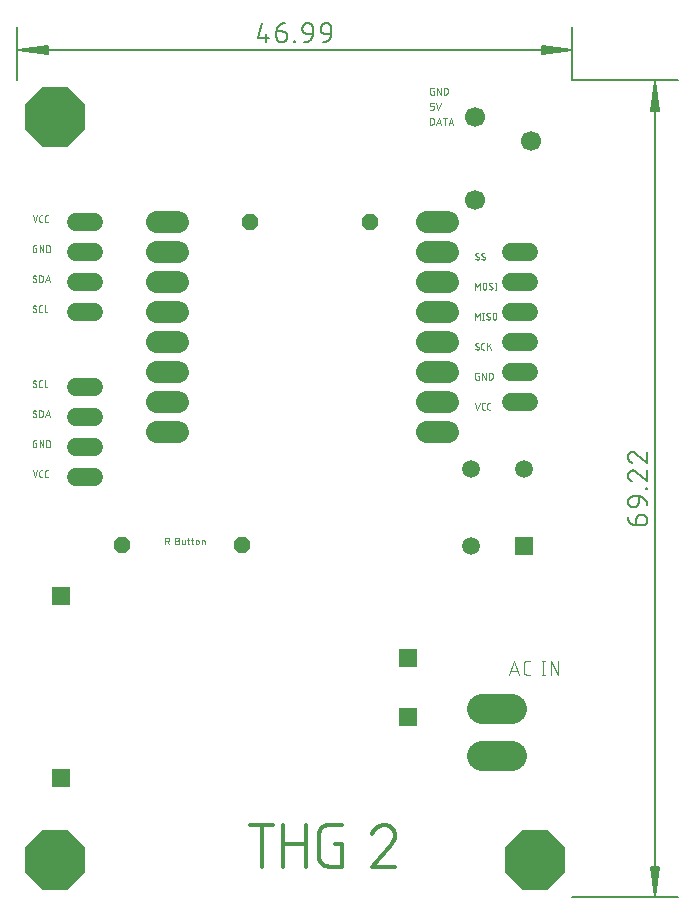
<source format=gbr>
G04 EAGLE Gerber X2 export*
%TF.Part,Single*%
%TF.FileFunction,Copper,L1,Top,Mixed*%
%TF.FilePolarity,Positive*%
%TF.GenerationSoftware,Autodesk,EAGLE,8.7.1*%
%TF.CreationDate,2021-04-30T08:45:36Z*%
G75*
%MOMM*%
%FSLAX34Y34*%
%LPD*%
%AMOC8*
5,1,8,0,0,1.08239X$1,22.5*%
G01*
%ADD10C,0.304800*%
%ADD11C,0.101600*%
%ADD12C,0.050800*%
%ADD13C,0.130000*%
%ADD14C,0.152400*%
%ADD15R,1.524000X1.524000*%
%ADD16P,1.429621X8X22.500000*%
%ADD17C,1.498000*%
%ADD18R,1.498000X1.498000*%
%ADD19C,1.828800*%
%ADD20C,1.524000*%
%ADD21C,2.514600*%
%ADD22C,1.700000*%
%ADD23P,5.498541X8X22.500000*%


D10*
X480196Y89579D02*
X480196Y124631D01*
X489932Y124631D02*
X470459Y124631D01*
X498081Y124631D02*
X498081Y89579D01*
X498081Y109052D02*
X517555Y109052D01*
X517555Y124631D02*
X517555Y89579D01*
X542193Y109052D02*
X548035Y109052D01*
X548035Y89579D01*
X536351Y89579D01*
X536163Y89581D01*
X535975Y89588D01*
X535787Y89599D01*
X535599Y89615D01*
X535412Y89636D01*
X535226Y89661D01*
X535040Y89690D01*
X534855Y89724D01*
X534670Y89763D01*
X534487Y89805D01*
X534305Y89853D01*
X534124Y89904D01*
X533944Y89960D01*
X533766Y90021D01*
X533589Y90085D01*
X533414Y90154D01*
X533240Y90227D01*
X533069Y90304D01*
X532899Y90386D01*
X532731Y90471D01*
X532566Y90561D01*
X532402Y90654D01*
X532241Y90751D01*
X532083Y90853D01*
X531926Y90958D01*
X531773Y91067D01*
X531622Y91179D01*
X531474Y91295D01*
X531328Y91415D01*
X531186Y91538D01*
X531047Y91664D01*
X530910Y91794D01*
X530777Y91927D01*
X530647Y92064D01*
X530521Y92203D01*
X530398Y92345D01*
X530278Y92491D01*
X530162Y92639D01*
X530050Y92790D01*
X529941Y92943D01*
X529836Y93100D01*
X529734Y93258D01*
X529637Y93419D01*
X529544Y93583D01*
X529454Y93748D01*
X529369Y93916D01*
X529287Y94086D01*
X529210Y94257D01*
X529137Y94431D01*
X529068Y94606D01*
X529004Y94783D01*
X528943Y94961D01*
X528887Y95141D01*
X528836Y95322D01*
X528788Y95504D01*
X528746Y95687D01*
X528707Y95872D01*
X528673Y96057D01*
X528644Y96243D01*
X528619Y96429D01*
X528598Y96616D01*
X528582Y96804D01*
X528571Y96992D01*
X528564Y97180D01*
X528562Y97368D01*
X528561Y97368D02*
X528561Y116842D01*
X528562Y116842D02*
X528564Y117033D01*
X528571Y117224D01*
X528583Y117415D01*
X528600Y117605D01*
X528621Y117795D01*
X528646Y117985D01*
X528677Y118174D01*
X528712Y118362D01*
X528751Y118549D01*
X528795Y118735D01*
X528844Y118919D01*
X528897Y119103D01*
X528955Y119285D01*
X529017Y119466D01*
X529084Y119645D01*
X529155Y119823D01*
X529230Y119998D01*
X529310Y120172D01*
X529394Y120344D01*
X529482Y120514D01*
X529574Y120681D01*
X529670Y120846D01*
X529770Y121009D01*
X529875Y121169D01*
X529983Y121327D01*
X530095Y121482D01*
X530211Y121634D01*
X530330Y121783D01*
X530453Y121930D01*
X530580Y122073D01*
X530710Y122213D01*
X530843Y122350D01*
X530980Y122483D01*
X531120Y122613D01*
X531263Y122740D01*
X531410Y122863D01*
X531559Y122982D01*
X531711Y123098D01*
X531866Y123210D01*
X532024Y123318D01*
X532184Y123423D01*
X532347Y123523D01*
X532512Y123619D01*
X532679Y123711D01*
X532849Y123799D01*
X533021Y123883D01*
X533195Y123963D01*
X533370Y124038D01*
X533548Y124109D01*
X533727Y124176D01*
X533908Y124238D01*
X534090Y124296D01*
X534274Y124349D01*
X534458Y124398D01*
X534644Y124442D01*
X534831Y124481D01*
X535019Y124516D01*
X535208Y124547D01*
X535398Y124572D01*
X535588Y124593D01*
X535778Y124610D01*
X535969Y124622D01*
X536160Y124629D01*
X536351Y124631D01*
X548035Y124631D01*
X584039Y124631D02*
X584251Y124628D01*
X584462Y124621D01*
X584674Y124608D01*
X584885Y124590D01*
X585095Y124567D01*
X585305Y124539D01*
X585514Y124506D01*
X585723Y124468D01*
X585930Y124425D01*
X586136Y124376D01*
X586341Y124323D01*
X586545Y124265D01*
X586747Y124202D01*
X586948Y124134D01*
X587146Y124062D01*
X587343Y123984D01*
X587539Y123902D01*
X587732Y123815D01*
X587923Y123723D01*
X588111Y123627D01*
X588298Y123527D01*
X588481Y123421D01*
X588663Y123312D01*
X588841Y123198D01*
X589017Y123080D01*
X589190Y122957D01*
X589360Y122831D01*
X589526Y122700D01*
X589690Y122566D01*
X589850Y122427D01*
X590007Y122285D01*
X590160Y122139D01*
X590310Y121989D01*
X590456Y121836D01*
X590598Y121679D01*
X590737Y121519D01*
X590871Y121355D01*
X591002Y121189D01*
X591128Y121019D01*
X591251Y120846D01*
X591369Y120670D01*
X591483Y120492D01*
X591592Y120310D01*
X591698Y120127D01*
X591798Y119940D01*
X591894Y119752D01*
X591986Y119561D01*
X592073Y119368D01*
X592155Y119172D01*
X592233Y118975D01*
X592305Y118777D01*
X592373Y118576D01*
X592436Y118374D01*
X592494Y118170D01*
X592547Y117965D01*
X592596Y117759D01*
X592639Y117552D01*
X592677Y117343D01*
X592710Y117134D01*
X592738Y116924D01*
X592761Y116714D01*
X592779Y116503D01*
X592792Y116291D01*
X592799Y116080D01*
X592802Y115868D01*
X584039Y124631D02*
X583767Y124628D01*
X583495Y124618D01*
X583223Y124601D01*
X582952Y124578D01*
X582681Y124549D01*
X582411Y124513D01*
X582142Y124470D01*
X581874Y124421D01*
X581608Y124365D01*
X581343Y124303D01*
X581079Y124235D01*
X580817Y124160D01*
X580558Y124079D01*
X580300Y123992D01*
X580044Y123898D01*
X579791Y123799D01*
X579540Y123693D01*
X579291Y123581D01*
X579046Y123463D01*
X578803Y123340D01*
X578564Y123210D01*
X578328Y123075D01*
X578095Y122934D01*
X577865Y122787D01*
X577639Y122635D01*
X577417Y122478D01*
X577199Y122315D01*
X576985Y122147D01*
X576775Y121974D01*
X576569Y121796D01*
X576367Y121613D01*
X576170Y121425D01*
X575978Y121232D01*
X575790Y121035D01*
X575607Y120833D01*
X575430Y120627D01*
X575257Y120417D01*
X575089Y120202D01*
X574926Y119984D01*
X574769Y119761D01*
X574617Y119535D01*
X574471Y119306D01*
X574330Y119073D01*
X574195Y118836D01*
X574066Y118597D01*
X573943Y118354D01*
X573825Y118108D01*
X573714Y117860D01*
X573608Y117609D01*
X573509Y117355D01*
X573416Y117100D01*
X573329Y116842D01*
X589881Y109052D02*
X590046Y109214D01*
X590208Y109379D01*
X590365Y109548D01*
X590518Y109721D01*
X590666Y109898D01*
X590811Y110078D01*
X590950Y110262D01*
X591086Y110449D01*
X591216Y110640D01*
X591342Y110833D01*
X591463Y111030D01*
X591580Y111230D01*
X591691Y111432D01*
X591797Y111637D01*
X591899Y111845D01*
X591995Y112055D01*
X592086Y112267D01*
X592172Y112481D01*
X592252Y112698D01*
X592327Y112916D01*
X592397Y113136D01*
X592461Y113358D01*
X592520Y113582D01*
X592573Y113806D01*
X592621Y114032D01*
X592663Y114259D01*
X592700Y114487D01*
X592731Y114716D01*
X592757Y114946D01*
X592777Y115176D01*
X592791Y115406D01*
X592799Y115637D01*
X592802Y115868D01*
X589881Y109052D02*
X573329Y89579D01*
X592802Y89579D01*
D11*
X689684Y252127D02*
X693578Y263811D01*
X697473Y252127D01*
X696499Y255048D02*
X690657Y255048D01*
X704326Y252127D02*
X706923Y252127D01*
X704326Y252128D02*
X704227Y252130D01*
X704127Y252136D01*
X704028Y252145D01*
X703930Y252158D01*
X703832Y252175D01*
X703734Y252196D01*
X703638Y252221D01*
X703543Y252249D01*
X703449Y252281D01*
X703356Y252316D01*
X703264Y252355D01*
X703174Y252398D01*
X703086Y252443D01*
X702999Y252493D01*
X702915Y252545D01*
X702832Y252601D01*
X702752Y252659D01*
X702674Y252721D01*
X702599Y252786D01*
X702526Y252854D01*
X702456Y252924D01*
X702388Y252997D01*
X702323Y253072D01*
X702261Y253150D01*
X702203Y253230D01*
X702147Y253313D01*
X702095Y253397D01*
X702045Y253484D01*
X702000Y253572D01*
X701957Y253662D01*
X701918Y253754D01*
X701883Y253847D01*
X701851Y253941D01*
X701823Y254036D01*
X701798Y254132D01*
X701777Y254230D01*
X701760Y254328D01*
X701747Y254426D01*
X701738Y254525D01*
X701732Y254625D01*
X701730Y254724D01*
X701730Y261215D01*
X701732Y261314D01*
X701738Y261414D01*
X701747Y261513D01*
X701760Y261611D01*
X701777Y261709D01*
X701798Y261807D01*
X701823Y261903D01*
X701851Y261998D01*
X701883Y262092D01*
X701918Y262185D01*
X701957Y262277D01*
X702000Y262367D01*
X702045Y262455D01*
X702095Y262542D01*
X702147Y262626D01*
X702203Y262709D01*
X702261Y262789D01*
X702323Y262867D01*
X702388Y262942D01*
X702456Y263015D01*
X702526Y263085D01*
X702599Y263153D01*
X702674Y263218D01*
X702752Y263280D01*
X702832Y263338D01*
X702915Y263394D01*
X702999Y263446D01*
X703086Y263496D01*
X703174Y263541D01*
X703264Y263584D01*
X703356Y263623D01*
X703448Y263658D01*
X703543Y263690D01*
X703638Y263718D01*
X703734Y263743D01*
X703832Y263764D01*
X703930Y263781D01*
X704028Y263794D01*
X704127Y263803D01*
X704227Y263809D01*
X704326Y263811D01*
X706923Y263811D01*
X718343Y263811D02*
X718343Y252127D01*
X717045Y252127D02*
X719642Y252127D01*
X719642Y263811D02*
X717045Y263811D01*
X724623Y263811D02*
X724623Y252127D01*
X731114Y252127D02*
X724623Y263811D01*
X731114Y263811D02*
X731114Y252127D01*
D12*
X287867Y635254D02*
X286004Y640842D01*
X289729Y640842D02*
X287867Y635254D01*
X293026Y635254D02*
X294268Y635254D01*
X293026Y635254D02*
X292956Y635256D01*
X292887Y635262D01*
X292818Y635272D01*
X292750Y635285D01*
X292682Y635303D01*
X292616Y635324D01*
X292551Y635349D01*
X292487Y635377D01*
X292425Y635409D01*
X292365Y635444D01*
X292307Y635483D01*
X292252Y635525D01*
X292198Y635570D01*
X292148Y635618D01*
X292100Y635668D01*
X292055Y635722D01*
X292013Y635777D01*
X291974Y635835D01*
X291939Y635895D01*
X291907Y635957D01*
X291879Y636021D01*
X291854Y636086D01*
X291833Y636152D01*
X291815Y636220D01*
X291802Y636288D01*
X291792Y636357D01*
X291786Y636426D01*
X291784Y636496D01*
X291785Y636496D02*
X291785Y639600D01*
X291784Y639600D02*
X291786Y639670D01*
X291792Y639739D01*
X291802Y639808D01*
X291815Y639876D01*
X291833Y639944D01*
X291854Y640010D01*
X291879Y640075D01*
X291907Y640139D01*
X291939Y640201D01*
X291974Y640261D01*
X292013Y640319D01*
X292055Y640374D01*
X292100Y640428D01*
X292148Y640478D01*
X292198Y640526D01*
X292252Y640571D01*
X292307Y640613D01*
X292365Y640652D01*
X292425Y640687D01*
X292487Y640719D01*
X292551Y640747D01*
X292616Y640772D01*
X292682Y640793D01*
X292750Y640811D01*
X292818Y640824D01*
X292887Y640834D01*
X292956Y640840D01*
X293026Y640842D01*
X294268Y640842D01*
X297598Y635254D02*
X298840Y635254D01*
X297598Y635254D02*
X297528Y635256D01*
X297459Y635262D01*
X297390Y635272D01*
X297322Y635285D01*
X297254Y635303D01*
X297188Y635324D01*
X297123Y635349D01*
X297059Y635377D01*
X296997Y635409D01*
X296937Y635444D01*
X296879Y635483D01*
X296824Y635525D01*
X296770Y635570D01*
X296720Y635618D01*
X296672Y635668D01*
X296627Y635722D01*
X296585Y635777D01*
X296546Y635835D01*
X296511Y635895D01*
X296479Y635957D01*
X296451Y636021D01*
X296426Y636086D01*
X296405Y636152D01*
X296387Y636220D01*
X296374Y636288D01*
X296364Y636357D01*
X296358Y636426D01*
X296356Y636496D01*
X296356Y639600D01*
X296358Y639670D01*
X296364Y639739D01*
X296374Y639808D01*
X296387Y639876D01*
X296405Y639944D01*
X296426Y640010D01*
X296451Y640075D01*
X296479Y640139D01*
X296511Y640201D01*
X296546Y640261D01*
X296585Y640319D01*
X296627Y640374D01*
X296672Y640428D01*
X296720Y640478D01*
X296770Y640526D01*
X296824Y640571D01*
X296879Y640613D01*
X296937Y640652D01*
X296997Y640687D01*
X297059Y640719D01*
X297123Y640747D01*
X297188Y640772D01*
X297254Y640793D01*
X297322Y640811D01*
X297390Y640824D01*
X297459Y640834D01*
X297528Y640840D01*
X297598Y640842D01*
X298840Y640842D01*
X289109Y560296D02*
X289107Y560226D01*
X289101Y560157D01*
X289091Y560088D01*
X289078Y560020D01*
X289060Y559952D01*
X289039Y559886D01*
X289014Y559821D01*
X288986Y559757D01*
X288954Y559695D01*
X288919Y559635D01*
X288880Y559577D01*
X288838Y559522D01*
X288793Y559468D01*
X288745Y559418D01*
X288695Y559370D01*
X288641Y559325D01*
X288586Y559283D01*
X288528Y559244D01*
X288468Y559209D01*
X288406Y559177D01*
X288342Y559149D01*
X288277Y559124D01*
X288211Y559103D01*
X288143Y559085D01*
X288075Y559072D01*
X288006Y559062D01*
X287937Y559056D01*
X287867Y559054D01*
X287768Y559056D01*
X287670Y559061D01*
X287572Y559071D01*
X287474Y559084D01*
X287377Y559100D01*
X287280Y559120D01*
X287185Y559144D01*
X287090Y559172D01*
X286996Y559203D01*
X286904Y559237D01*
X286813Y559275D01*
X286723Y559316D01*
X286635Y559361D01*
X286549Y559409D01*
X286465Y559460D01*
X286383Y559514D01*
X286302Y559572D01*
X286224Y559632D01*
X286149Y559695D01*
X286075Y559761D01*
X286005Y559830D01*
X286159Y563400D02*
X286161Y563470D01*
X286167Y563539D01*
X286177Y563608D01*
X286190Y563676D01*
X286208Y563744D01*
X286229Y563810D01*
X286254Y563875D01*
X286282Y563939D01*
X286314Y564001D01*
X286349Y564061D01*
X286388Y564119D01*
X286430Y564174D01*
X286475Y564228D01*
X286523Y564278D01*
X286573Y564326D01*
X286627Y564371D01*
X286682Y564413D01*
X286740Y564452D01*
X286800Y564487D01*
X286862Y564519D01*
X286926Y564547D01*
X286991Y564572D01*
X287057Y564593D01*
X287125Y564611D01*
X287193Y564624D01*
X287262Y564634D01*
X287331Y564640D01*
X287401Y564642D01*
X287495Y564640D01*
X287588Y564634D01*
X287681Y564625D01*
X287774Y564612D01*
X287866Y564595D01*
X287957Y564575D01*
X288048Y564550D01*
X288137Y564523D01*
X288225Y564491D01*
X288312Y564456D01*
X288398Y564418D01*
X288481Y564376D01*
X288563Y564331D01*
X288644Y564283D01*
X288722Y564231D01*
X288798Y564176D01*
X286780Y562314D02*
X286721Y562350D01*
X286665Y562390D01*
X286611Y562433D01*
X286559Y562478D01*
X286510Y562527D01*
X286464Y562578D01*
X286421Y562631D01*
X286380Y562687D01*
X286343Y562745D01*
X286308Y562805D01*
X286278Y562866D01*
X286250Y562929D01*
X286226Y562994D01*
X286206Y563060D01*
X286189Y563127D01*
X286176Y563194D01*
X286167Y563262D01*
X286161Y563331D01*
X286159Y563400D01*
X288487Y561382D02*
X288546Y561346D01*
X288602Y561306D01*
X288656Y561263D01*
X288708Y561218D01*
X288757Y561169D01*
X288803Y561118D01*
X288846Y561065D01*
X288887Y561009D01*
X288924Y560951D01*
X288959Y560891D01*
X288989Y560830D01*
X289017Y560767D01*
X289041Y560702D01*
X289061Y560636D01*
X289078Y560569D01*
X289091Y560502D01*
X289100Y560434D01*
X289106Y560365D01*
X289108Y560296D01*
X288488Y561382D02*
X286780Y562314D01*
X292533Y559054D02*
X293775Y559054D01*
X292533Y559054D02*
X292463Y559056D01*
X292394Y559062D01*
X292325Y559072D01*
X292257Y559085D01*
X292189Y559103D01*
X292123Y559124D01*
X292058Y559149D01*
X291994Y559177D01*
X291932Y559209D01*
X291872Y559244D01*
X291814Y559283D01*
X291759Y559325D01*
X291705Y559370D01*
X291655Y559418D01*
X291607Y559468D01*
X291562Y559522D01*
X291520Y559577D01*
X291481Y559635D01*
X291446Y559695D01*
X291414Y559757D01*
X291386Y559821D01*
X291361Y559886D01*
X291340Y559952D01*
X291322Y560020D01*
X291309Y560088D01*
X291299Y560157D01*
X291293Y560226D01*
X291291Y560296D01*
X291291Y563400D01*
X291293Y563470D01*
X291299Y563539D01*
X291309Y563608D01*
X291322Y563676D01*
X291340Y563744D01*
X291361Y563810D01*
X291386Y563875D01*
X291414Y563939D01*
X291446Y564001D01*
X291481Y564061D01*
X291520Y564119D01*
X291562Y564174D01*
X291607Y564228D01*
X291655Y564278D01*
X291705Y564326D01*
X291759Y564371D01*
X291814Y564413D01*
X291872Y564452D01*
X291932Y564487D01*
X291994Y564519D01*
X292058Y564547D01*
X292123Y564572D01*
X292189Y564593D01*
X292257Y564611D01*
X292325Y564624D01*
X292394Y564634D01*
X292463Y564640D01*
X292533Y564642D01*
X293775Y564642D01*
X296073Y564642D02*
X296073Y559054D01*
X298557Y559054D01*
X287867Y584454D02*
X287937Y584456D01*
X288006Y584462D01*
X288075Y584472D01*
X288143Y584485D01*
X288211Y584503D01*
X288277Y584524D01*
X288342Y584549D01*
X288406Y584577D01*
X288468Y584609D01*
X288528Y584644D01*
X288586Y584683D01*
X288641Y584725D01*
X288695Y584770D01*
X288745Y584818D01*
X288793Y584868D01*
X288838Y584922D01*
X288880Y584977D01*
X288919Y585035D01*
X288954Y585095D01*
X288986Y585157D01*
X289014Y585221D01*
X289039Y585286D01*
X289060Y585352D01*
X289078Y585420D01*
X289091Y585488D01*
X289101Y585557D01*
X289107Y585626D01*
X289109Y585696D01*
X287867Y584454D02*
X287768Y584456D01*
X287670Y584461D01*
X287572Y584471D01*
X287474Y584484D01*
X287377Y584500D01*
X287280Y584520D01*
X287185Y584544D01*
X287090Y584572D01*
X286996Y584603D01*
X286904Y584637D01*
X286813Y584675D01*
X286723Y584716D01*
X286635Y584761D01*
X286549Y584809D01*
X286465Y584860D01*
X286383Y584914D01*
X286302Y584972D01*
X286224Y585032D01*
X286149Y585095D01*
X286075Y585161D01*
X286005Y585230D01*
X286159Y588800D02*
X286161Y588870D01*
X286167Y588939D01*
X286177Y589008D01*
X286190Y589076D01*
X286208Y589144D01*
X286229Y589210D01*
X286254Y589275D01*
X286282Y589339D01*
X286314Y589401D01*
X286349Y589461D01*
X286388Y589519D01*
X286430Y589574D01*
X286475Y589628D01*
X286523Y589678D01*
X286573Y589726D01*
X286627Y589771D01*
X286682Y589813D01*
X286740Y589852D01*
X286800Y589887D01*
X286862Y589919D01*
X286926Y589947D01*
X286991Y589972D01*
X287057Y589993D01*
X287125Y590011D01*
X287193Y590024D01*
X287262Y590034D01*
X287331Y590040D01*
X287401Y590042D01*
X287495Y590040D01*
X287588Y590034D01*
X287681Y590025D01*
X287774Y590012D01*
X287866Y589995D01*
X287957Y589975D01*
X288048Y589950D01*
X288137Y589923D01*
X288225Y589891D01*
X288312Y589856D01*
X288398Y589818D01*
X288481Y589776D01*
X288563Y589731D01*
X288644Y589683D01*
X288722Y589631D01*
X288798Y589576D01*
X286780Y587714D02*
X286721Y587750D01*
X286665Y587790D01*
X286611Y587833D01*
X286559Y587878D01*
X286510Y587927D01*
X286464Y587978D01*
X286421Y588031D01*
X286380Y588087D01*
X286343Y588145D01*
X286308Y588205D01*
X286278Y588266D01*
X286250Y588329D01*
X286226Y588394D01*
X286206Y588460D01*
X286189Y588527D01*
X286176Y588594D01*
X286167Y588662D01*
X286161Y588731D01*
X286159Y588800D01*
X288487Y586782D02*
X288546Y586746D01*
X288602Y586706D01*
X288656Y586663D01*
X288708Y586618D01*
X288757Y586569D01*
X288803Y586518D01*
X288846Y586465D01*
X288887Y586409D01*
X288924Y586351D01*
X288959Y586291D01*
X288989Y586230D01*
X289017Y586167D01*
X289041Y586102D01*
X289061Y586036D01*
X289078Y585969D01*
X289091Y585902D01*
X289100Y585834D01*
X289106Y585765D01*
X289108Y585696D01*
X288488Y586782D02*
X286780Y587714D01*
X291490Y590042D02*
X291490Y584454D01*
X291490Y590042D02*
X293043Y590042D01*
X293119Y590040D01*
X293195Y590035D01*
X293271Y590025D01*
X293346Y590012D01*
X293420Y589995D01*
X293494Y589975D01*
X293566Y589951D01*
X293637Y589924D01*
X293707Y589893D01*
X293775Y589859D01*
X293841Y589821D01*
X293905Y589780D01*
X293968Y589737D01*
X294028Y589690D01*
X294085Y589640D01*
X294140Y589587D01*
X294193Y589532D01*
X294243Y589475D01*
X294290Y589415D01*
X294333Y589352D01*
X294374Y589288D01*
X294412Y589222D01*
X294446Y589154D01*
X294477Y589084D01*
X294504Y589013D01*
X294528Y588940D01*
X294548Y588867D01*
X294565Y588793D01*
X294578Y588718D01*
X294588Y588642D01*
X294593Y588566D01*
X294595Y588490D01*
X294595Y586006D01*
X294593Y585927D01*
X294587Y585849D01*
X294577Y585771D01*
X294563Y585694D01*
X294545Y585617D01*
X294524Y585541D01*
X294498Y585467D01*
X294469Y585394D01*
X294436Y585323D01*
X294400Y585253D01*
X294360Y585185D01*
X294317Y585119D01*
X294270Y585056D01*
X294221Y584995D01*
X294168Y584937D01*
X294112Y584881D01*
X294054Y584828D01*
X293993Y584779D01*
X293930Y584732D01*
X293864Y584689D01*
X293796Y584649D01*
X293727Y584613D01*
X293655Y584580D01*
X293582Y584551D01*
X293508Y584525D01*
X293432Y584504D01*
X293355Y584486D01*
X293278Y584472D01*
X293200Y584462D01*
X293122Y584456D01*
X293043Y584454D01*
X291490Y584454D01*
X296849Y584454D02*
X298712Y590042D01*
X300575Y584454D01*
X300109Y585851D02*
X297315Y585851D01*
X662517Y603504D02*
X662587Y603506D01*
X662656Y603512D01*
X662725Y603522D01*
X662793Y603535D01*
X662861Y603553D01*
X662927Y603574D01*
X662992Y603599D01*
X663056Y603627D01*
X663118Y603659D01*
X663178Y603694D01*
X663236Y603733D01*
X663291Y603775D01*
X663345Y603820D01*
X663395Y603868D01*
X663443Y603918D01*
X663488Y603972D01*
X663530Y604027D01*
X663569Y604085D01*
X663604Y604145D01*
X663636Y604207D01*
X663664Y604271D01*
X663689Y604336D01*
X663710Y604402D01*
X663728Y604470D01*
X663741Y604538D01*
X663751Y604607D01*
X663757Y604676D01*
X663759Y604746D01*
X662517Y603504D02*
X662418Y603506D01*
X662320Y603511D01*
X662222Y603521D01*
X662124Y603534D01*
X662027Y603550D01*
X661930Y603570D01*
X661835Y603594D01*
X661740Y603622D01*
X661646Y603653D01*
X661554Y603687D01*
X661463Y603725D01*
X661373Y603766D01*
X661285Y603811D01*
X661199Y603859D01*
X661115Y603910D01*
X661033Y603964D01*
X660952Y604022D01*
X660874Y604082D01*
X660799Y604145D01*
X660725Y604211D01*
X660655Y604280D01*
X660809Y607850D02*
X660811Y607920D01*
X660817Y607989D01*
X660827Y608058D01*
X660840Y608126D01*
X660858Y608194D01*
X660879Y608260D01*
X660904Y608325D01*
X660932Y608389D01*
X660964Y608451D01*
X660999Y608511D01*
X661038Y608569D01*
X661080Y608624D01*
X661125Y608678D01*
X661173Y608728D01*
X661223Y608776D01*
X661277Y608821D01*
X661332Y608863D01*
X661390Y608902D01*
X661450Y608937D01*
X661512Y608969D01*
X661576Y608997D01*
X661641Y609022D01*
X661707Y609043D01*
X661775Y609061D01*
X661843Y609074D01*
X661912Y609084D01*
X661981Y609090D01*
X662051Y609092D01*
X662145Y609090D01*
X662238Y609084D01*
X662331Y609075D01*
X662424Y609062D01*
X662516Y609045D01*
X662607Y609025D01*
X662698Y609000D01*
X662787Y608973D01*
X662875Y608941D01*
X662962Y608906D01*
X663048Y608868D01*
X663131Y608826D01*
X663213Y608781D01*
X663294Y608733D01*
X663372Y608681D01*
X663448Y608626D01*
X661430Y606764D02*
X661371Y606800D01*
X661315Y606840D01*
X661261Y606883D01*
X661209Y606928D01*
X661160Y606977D01*
X661114Y607028D01*
X661071Y607081D01*
X661030Y607137D01*
X660993Y607195D01*
X660958Y607255D01*
X660928Y607316D01*
X660900Y607379D01*
X660876Y607444D01*
X660856Y607510D01*
X660839Y607577D01*
X660826Y607644D01*
X660817Y607712D01*
X660811Y607781D01*
X660809Y607850D01*
X663137Y605832D02*
X663196Y605796D01*
X663252Y605756D01*
X663306Y605713D01*
X663358Y605668D01*
X663407Y605619D01*
X663453Y605568D01*
X663496Y605515D01*
X663537Y605459D01*
X663574Y605401D01*
X663609Y605341D01*
X663639Y605280D01*
X663667Y605217D01*
X663691Y605152D01*
X663711Y605086D01*
X663728Y605019D01*
X663741Y604952D01*
X663750Y604884D01*
X663756Y604815D01*
X663758Y604746D01*
X663138Y605832D02*
X661430Y606764D01*
X667637Y603504D02*
X667707Y603506D01*
X667776Y603512D01*
X667845Y603522D01*
X667913Y603535D01*
X667981Y603553D01*
X668047Y603574D01*
X668112Y603599D01*
X668176Y603627D01*
X668238Y603659D01*
X668298Y603694D01*
X668356Y603733D01*
X668411Y603775D01*
X668465Y603820D01*
X668515Y603868D01*
X668563Y603918D01*
X668608Y603972D01*
X668650Y604027D01*
X668689Y604085D01*
X668724Y604145D01*
X668756Y604207D01*
X668784Y604271D01*
X668809Y604336D01*
X668830Y604402D01*
X668848Y604470D01*
X668861Y604538D01*
X668871Y604607D01*
X668877Y604676D01*
X668879Y604746D01*
X667637Y603504D02*
X667538Y603506D01*
X667440Y603511D01*
X667342Y603521D01*
X667244Y603534D01*
X667147Y603550D01*
X667050Y603570D01*
X666955Y603594D01*
X666860Y603622D01*
X666766Y603653D01*
X666674Y603687D01*
X666583Y603725D01*
X666493Y603766D01*
X666405Y603811D01*
X666319Y603859D01*
X666235Y603910D01*
X666153Y603964D01*
X666072Y604022D01*
X665994Y604082D01*
X665919Y604145D01*
X665845Y604211D01*
X665775Y604280D01*
X665930Y607850D02*
X665932Y607920D01*
X665938Y607989D01*
X665948Y608058D01*
X665961Y608126D01*
X665979Y608194D01*
X666000Y608260D01*
X666025Y608325D01*
X666053Y608389D01*
X666085Y608451D01*
X666120Y608511D01*
X666159Y608569D01*
X666201Y608624D01*
X666246Y608678D01*
X666294Y608728D01*
X666344Y608776D01*
X666398Y608821D01*
X666453Y608863D01*
X666511Y608902D01*
X666571Y608937D01*
X666633Y608969D01*
X666697Y608997D01*
X666762Y609022D01*
X666828Y609043D01*
X666896Y609061D01*
X666964Y609074D01*
X667033Y609084D01*
X667102Y609090D01*
X667172Y609092D01*
X667266Y609090D01*
X667359Y609084D01*
X667452Y609075D01*
X667545Y609062D01*
X667637Y609045D01*
X667728Y609025D01*
X667819Y609000D01*
X667908Y608973D01*
X667996Y608941D01*
X668083Y608906D01*
X668169Y608868D01*
X668252Y608826D01*
X668334Y608781D01*
X668415Y608733D01*
X668493Y608681D01*
X668569Y608626D01*
X666551Y606764D02*
X666492Y606800D01*
X666436Y606840D01*
X666382Y606883D01*
X666330Y606928D01*
X666281Y606977D01*
X666235Y607028D01*
X666192Y607081D01*
X666151Y607137D01*
X666114Y607195D01*
X666079Y607255D01*
X666049Y607316D01*
X666021Y607379D01*
X665997Y607444D01*
X665977Y607510D01*
X665960Y607577D01*
X665947Y607644D01*
X665938Y607712D01*
X665932Y607781D01*
X665930Y607850D01*
X668258Y605832D02*
X668317Y605796D01*
X668373Y605756D01*
X668427Y605713D01*
X668479Y605668D01*
X668528Y605619D01*
X668574Y605568D01*
X668617Y605515D01*
X668658Y605459D01*
X668695Y605401D01*
X668730Y605341D01*
X668760Y605280D01*
X668788Y605217D01*
X668812Y605152D01*
X668832Y605086D01*
X668849Y605019D01*
X668862Y604952D01*
X668871Y604884D01*
X668877Y604815D01*
X668879Y604746D01*
X668258Y605832D02*
X666551Y606764D01*
X660654Y583692D02*
X660654Y578104D01*
X662517Y580588D02*
X660654Y583692D01*
X662517Y580588D02*
X664379Y583692D01*
X664379Y578104D01*
X666999Y579656D02*
X666999Y582140D01*
X667000Y582140D02*
X667002Y582217D01*
X667008Y582295D01*
X667017Y582371D01*
X667031Y582448D01*
X667048Y582523D01*
X667069Y582597D01*
X667094Y582671D01*
X667122Y582743D01*
X667154Y582813D01*
X667189Y582882D01*
X667228Y582949D01*
X667270Y583014D01*
X667315Y583077D01*
X667363Y583138D01*
X667414Y583196D01*
X667468Y583251D01*
X667525Y583304D01*
X667584Y583353D01*
X667646Y583400D01*
X667710Y583444D01*
X667776Y583484D01*
X667844Y583521D01*
X667914Y583555D01*
X667985Y583585D01*
X668058Y583611D01*
X668132Y583634D01*
X668207Y583653D01*
X668282Y583668D01*
X668359Y583680D01*
X668436Y583688D01*
X668513Y583692D01*
X668591Y583692D01*
X668668Y583688D01*
X668745Y583680D01*
X668822Y583668D01*
X668897Y583653D01*
X668972Y583634D01*
X669046Y583611D01*
X669119Y583585D01*
X669190Y583555D01*
X669260Y583521D01*
X669328Y583484D01*
X669394Y583444D01*
X669458Y583400D01*
X669520Y583353D01*
X669579Y583304D01*
X669636Y583251D01*
X669690Y583196D01*
X669741Y583138D01*
X669789Y583077D01*
X669834Y583014D01*
X669876Y582949D01*
X669915Y582882D01*
X669950Y582813D01*
X669982Y582743D01*
X670010Y582671D01*
X670035Y582597D01*
X670056Y582523D01*
X670073Y582448D01*
X670087Y582371D01*
X670096Y582295D01*
X670102Y582217D01*
X670104Y582140D01*
X670104Y579656D01*
X670102Y579579D01*
X670096Y579501D01*
X670087Y579425D01*
X670073Y579348D01*
X670056Y579273D01*
X670035Y579199D01*
X670010Y579125D01*
X669982Y579053D01*
X669950Y578983D01*
X669915Y578914D01*
X669876Y578847D01*
X669834Y578782D01*
X669789Y578719D01*
X669741Y578658D01*
X669690Y578600D01*
X669636Y578545D01*
X669579Y578492D01*
X669520Y578443D01*
X669458Y578396D01*
X669394Y578352D01*
X669328Y578312D01*
X669260Y578275D01*
X669190Y578241D01*
X669119Y578211D01*
X669046Y578185D01*
X668972Y578162D01*
X668897Y578143D01*
X668822Y578128D01*
X668745Y578116D01*
X668668Y578108D01*
X668591Y578104D01*
X668513Y578104D01*
X668436Y578108D01*
X668359Y578116D01*
X668282Y578128D01*
X668207Y578143D01*
X668132Y578162D01*
X668058Y578185D01*
X667985Y578211D01*
X667914Y578241D01*
X667844Y578275D01*
X667776Y578312D01*
X667710Y578352D01*
X667646Y578396D01*
X667584Y578443D01*
X667525Y578492D01*
X667468Y578545D01*
X667414Y578600D01*
X667363Y578658D01*
X667315Y578719D01*
X667270Y578782D01*
X667228Y578847D01*
X667189Y578914D01*
X667154Y578983D01*
X667122Y579053D01*
X667094Y579125D01*
X667069Y579199D01*
X667048Y579273D01*
X667031Y579348D01*
X667017Y579425D01*
X667008Y579501D01*
X667002Y579579D01*
X667000Y579656D01*
X674166Y578104D02*
X674236Y578106D01*
X674305Y578112D01*
X674374Y578122D01*
X674442Y578135D01*
X674510Y578153D01*
X674576Y578174D01*
X674641Y578199D01*
X674705Y578227D01*
X674767Y578259D01*
X674827Y578294D01*
X674885Y578333D01*
X674940Y578375D01*
X674994Y578420D01*
X675044Y578468D01*
X675092Y578518D01*
X675137Y578572D01*
X675179Y578627D01*
X675218Y578685D01*
X675253Y578745D01*
X675285Y578807D01*
X675313Y578871D01*
X675338Y578936D01*
X675359Y579002D01*
X675377Y579070D01*
X675390Y579138D01*
X675400Y579207D01*
X675406Y579276D01*
X675408Y579346D01*
X674166Y578104D02*
X674067Y578106D01*
X673969Y578111D01*
X673871Y578121D01*
X673773Y578134D01*
X673676Y578150D01*
X673579Y578170D01*
X673484Y578194D01*
X673389Y578222D01*
X673295Y578253D01*
X673203Y578287D01*
X673112Y578325D01*
X673022Y578366D01*
X672934Y578411D01*
X672848Y578459D01*
X672764Y578510D01*
X672682Y578564D01*
X672601Y578622D01*
X672523Y578682D01*
X672448Y578745D01*
X672374Y578811D01*
X672304Y578880D01*
X672458Y582450D02*
X672460Y582520D01*
X672466Y582589D01*
X672476Y582658D01*
X672489Y582726D01*
X672507Y582794D01*
X672528Y582860D01*
X672553Y582925D01*
X672581Y582989D01*
X672613Y583051D01*
X672648Y583111D01*
X672687Y583169D01*
X672729Y583224D01*
X672774Y583278D01*
X672822Y583328D01*
X672872Y583376D01*
X672926Y583421D01*
X672981Y583463D01*
X673039Y583502D01*
X673099Y583537D01*
X673161Y583569D01*
X673225Y583597D01*
X673290Y583622D01*
X673356Y583643D01*
X673424Y583661D01*
X673492Y583674D01*
X673561Y583684D01*
X673630Y583690D01*
X673700Y583692D01*
X673794Y583690D01*
X673887Y583684D01*
X673980Y583675D01*
X674073Y583662D01*
X674165Y583645D01*
X674256Y583625D01*
X674347Y583600D01*
X674436Y583573D01*
X674524Y583541D01*
X674611Y583506D01*
X674697Y583468D01*
X674780Y583426D01*
X674862Y583381D01*
X674943Y583333D01*
X675021Y583281D01*
X675097Y583226D01*
X673079Y581364D02*
X673020Y581400D01*
X672964Y581440D01*
X672910Y581483D01*
X672858Y581528D01*
X672809Y581577D01*
X672763Y581628D01*
X672720Y581681D01*
X672679Y581737D01*
X672642Y581795D01*
X672607Y581855D01*
X672577Y581916D01*
X672549Y581979D01*
X672525Y582044D01*
X672505Y582110D01*
X672488Y582177D01*
X672475Y582244D01*
X672466Y582312D01*
X672460Y582381D01*
X672458Y582450D01*
X674786Y580432D02*
X674845Y580396D01*
X674901Y580356D01*
X674955Y580313D01*
X675007Y580268D01*
X675056Y580219D01*
X675102Y580168D01*
X675145Y580115D01*
X675186Y580059D01*
X675223Y580001D01*
X675258Y579941D01*
X675288Y579880D01*
X675316Y579817D01*
X675340Y579752D01*
X675360Y579686D01*
X675377Y579619D01*
X675390Y579552D01*
X675399Y579484D01*
X675405Y579415D01*
X675407Y579346D01*
X674787Y580432D02*
X673079Y581364D01*
X678061Y583692D02*
X678061Y578104D01*
X677441Y578104D02*
X678682Y578104D01*
X678682Y583692D02*
X677441Y583692D01*
X660654Y558292D02*
X660654Y552704D01*
X662517Y555188D02*
X660654Y558292D01*
X662517Y555188D02*
X664379Y558292D01*
X664379Y552704D01*
X667454Y552704D02*
X667454Y558292D01*
X666834Y552704D02*
X668075Y552704D01*
X668075Y558292D02*
X666834Y558292D01*
X671971Y552704D02*
X672041Y552706D01*
X672110Y552712D01*
X672179Y552722D01*
X672247Y552735D01*
X672315Y552753D01*
X672381Y552774D01*
X672446Y552799D01*
X672510Y552827D01*
X672572Y552859D01*
X672632Y552894D01*
X672690Y552933D01*
X672745Y552975D01*
X672799Y553020D01*
X672849Y553068D01*
X672897Y553118D01*
X672942Y553172D01*
X672984Y553227D01*
X673023Y553285D01*
X673058Y553345D01*
X673090Y553407D01*
X673118Y553471D01*
X673143Y553536D01*
X673164Y553602D01*
X673182Y553670D01*
X673195Y553738D01*
X673205Y553807D01*
X673211Y553876D01*
X673213Y553946D01*
X671971Y552704D02*
X671872Y552706D01*
X671774Y552711D01*
X671676Y552721D01*
X671578Y552734D01*
X671481Y552750D01*
X671384Y552770D01*
X671289Y552794D01*
X671194Y552822D01*
X671100Y552853D01*
X671008Y552887D01*
X670917Y552925D01*
X670827Y552966D01*
X670739Y553011D01*
X670653Y553059D01*
X670569Y553110D01*
X670487Y553164D01*
X670406Y553222D01*
X670328Y553282D01*
X670253Y553345D01*
X670179Y553411D01*
X670109Y553480D01*
X670263Y557050D02*
X670265Y557120D01*
X670271Y557189D01*
X670281Y557258D01*
X670294Y557326D01*
X670312Y557394D01*
X670333Y557460D01*
X670358Y557525D01*
X670386Y557589D01*
X670418Y557651D01*
X670453Y557711D01*
X670492Y557769D01*
X670534Y557824D01*
X670579Y557878D01*
X670627Y557928D01*
X670677Y557976D01*
X670731Y558021D01*
X670786Y558063D01*
X670844Y558102D01*
X670904Y558137D01*
X670966Y558169D01*
X671030Y558197D01*
X671095Y558222D01*
X671161Y558243D01*
X671229Y558261D01*
X671297Y558274D01*
X671366Y558284D01*
X671435Y558290D01*
X671505Y558292D01*
X671599Y558290D01*
X671692Y558284D01*
X671785Y558275D01*
X671878Y558262D01*
X671970Y558245D01*
X672061Y558225D01*
X672152Y558200D01*
X672241Y558173D01*
X672329Y558141D01*
X672416Y558106D01*
X672502Y558068D01*
X672585Y558026D01*
X672667Y557981D01*
X672748Y557933D01*
X672826Y557881D01*
X672902Y557826D01*
X670885Y555964D02*
X670826Y556000D01*
X670770Y556040D01*
X670716Y556083D01*
X670664Y556128D01*
X670615Y556177D01*
X670569Y556228D01*
X670526Y556281D01*
X670485Y556337D01*
X670448Y556395D01*
X670413Y556455D01*
X670383Y556516D01*
X670355Y556579D01*
X670331Y556644D01*
X670311Y556710D01*
X670294Y556777D01*
X670281Y556844D01*
X670272Y556912D01*
X670266Y556981D01*
X670264Y557050D01*
X672592Y555032D02*
X672651Y554996D01*
X672707Y554956D01*
X672761Y554913D01*
X672813Y554868D01*
X672862Y554819D01*
X672908Y554768D01*
X672951Y554715D01*
X672992Y554659D01*
X673029Y554601D01*
X673064Y554541D01*
X673094Y554480D01*
X673122Y554417D01*
X673146Y554352D01*
X673166Y554286D01*
X673183Y554219D01*
X673196Y554152D01*
X673205Y554084D01*
X673211Y554015D01*
X673213Y553946D01*
X672592Y555032D02*
X670885Y555964D01*
X675412Y556740D02*
X675412Y554256D01*
X675412Y556740D02*
X675414Y556817D01*
X675420Y556895D01*
X675429Y556971D01*
X675443Y557048D01*
X675460Y557123D01*
X675481Y557197D01*
X675506Y557271D01*
X675534Y557343D01*
X675566Y557413D01*
X675601Y557482D01*
X675640Y557549D01*
X675682Y557614D01*
X675727Y557677D01*
X675775Y557738D01*
X675826Y557796D01*
X675880Y557851D01*
X675937Y557904D01*
X675996Y557953D01*
X676058Y558000D01*
X676122Y558044D01*
X676188Y558084D01*
X676256Y558121D01*
X676326Y558155D01*
X676397Y558185D01*
X676470Y558211D01*
X676544Y558234D01*
X676619Y558253D01*
X676694Y558268D01*
X676771Y558280D01*
X676848Y558288D01*
X676925Y558292D01*
X677003Y558292D01*
X677080Y558288D01*
X677157Y558280D01*
X677234Y558268D01*
X677309Y558253D01*
X677384Y558234D01*
X677458Y558211D01*
X677531Y558185D01*
X677602Y558155D01*
X677672Y558121D01*
X677740Y558084D01*
X677806Y558044D01*
X677870Y558000D01*
X677932Y557953D01*
X677991Y557904D01*
X678048Y557851D01*
X678102Y557796D01*
X678153Y557738D01*
X678201Y557677D01*
X678246Y557614D01*
X678288Y557549D01*
X678327Y557482D01*
X678362Y557413D01*
X678394Y557343D01*
X678422Y557271D01*
X678447Y557197D01*
X678468Y557123D01*
X678485Y557048D01*
X678499Y556971D01*
X678508Y556895D01*
X678514Y556817D01*
X678516Y556740D01*
X678516Y554256D01*
X678514Y554179D01*
X678508Y554101D01*
X678499Y554025D01*
X678485Y553948D01*
X678468Y553873D01*
X678447Y553799D01*
X678422Y553725D01*
X678394Y553653D01*
X678362Y553583D01*
X678327Y553514D01*
X678288Y553447D01*
X678246Y553382D01*
X678201Y553319D01*
X678153Y553258D01*
X678102Y553200D01*
X678048Y553145D01*
X677991Y553092D01*
X677932Y553043D01*
X677870Y552996D01*
X677806Y552952D01*
X677740Y552912D01*
X677672Y552875D01*
X677602Y552841D01*
X677531Y552811D01*
X677458Y552785D01*
X677384Y552762D01*
X677309Y552743D01*
X677234Y552728D01*
X677157Y552716D01*
X677080Y552708D01*
X677003Y552704D01*
X676925Y552704D01*
X676848Y552708D01*
X676771Y552716D01*
X676694Y552728D01*
X676619Y552743D01*
X676544Y552762D01*
X676470Y552785D01*
X676397Y552811D01*
X676326Y552841D01*
X676256Y552875D01*
X676188Y552912D01*
X676122Y552952D01*
X676058Y552996D01*
X675996Y553043D01*
X675937Y553092D01*
X675880Y553145D01*
X675826Y553200D01*
X675775Y553258D01*
X675727Y553319D01*
X675682Y553382D01*
X675640Y553447D01*
X675601Y553514D01*
X675566Y553583D01*
X675534Y553653D01*
X675506Y553725D01*
X675481Y553799D01*
X675460Y553873D01*
X675443Y553948D01*
X675429Y554025D01*
X675420Y554101D01*
X675414Y554179D01*
X675412Y554256D01*
X663759Y528546D02*
X663757Y528476D01*
X663751Y528407D01*
X663741Y528338D01*
X663728Y528270D01*
X663710Y528202D01*
X663689Y528136D01*
X663664Y528071D01*
X663636Y528007D01*
X663604Y527945D01*
X663569Y527885D01*
X663530Y527827D01*
X663488Y527772D01*
X663443Y527718D01*
X663395Y527668D01*
X663345Y527620D01*
X663291Y527575D01*
X663236Y527533D01*
X663178Y527494D01*
X663118Y527459D01*
X663056Y527427D01*
X662992Y527399D01*
X662927Y527374D01*
X662861Y527353D01*
X662793Y527335D01*
X662725Y527322D01*
X662656Y527312D01*
X662587Y527306D01*
X662517Y527304D01*
X662418Y527306D01*
X662320Y527311D01*
X662222Y527321D01*
X662124Y527334D01*
X662027Y527350D01*
X661930Y527370D01*
X661835Y527394D01*
X661740Y527422D01*
X661646Y527453D01*
X661554Y527487D01*
X661463Y527525D01*
X661373Y527566D01*
X661285Y527611D01*
X661199Y527659D01*
X661115Y527710D01*
X661033Y527764D01*
X660952Y527822D01*
X660874Y527882D01*
X660799Y527945D01*
X660725Y528011D01*
X660655Y528080D01*
X660809Y531650D02*
X660811Y531720D01*
X660817Y531789D01*
X660827Y531858D01*
X660840Y531926D01*
X660858Y531994D01*
X660879Y532060D01*
X660904Y532125D01*
X660932Y532189D01*
X660964Y532251D01*
X660999Y532311D01*
X661038Y532369D01*
X661080Y532424D01*
X661125Y532478D01*
X661173Y532528D01*
X661223Y532576D01*
X661277Y532621D01*
X661332Y532663D01*
X661390Y532702D01*
X661450Y532737D01*
X661512Y532769D01*
X661576Y532797D01*
X661641Y532822D01*
X661707Y532843D01*
X661775Y532861D01*
X661843Y532874D01*
X661912Y532884D01*
X661981Y532890D01*
X662051Y532892D01*
X662145Y532890D01*
X662238Y532884D01*
X662331Y532875D01*
X662424Y532862D01*
X662516Y532845D01*
X662607Y532825D01*
X662698Y532800D01*
X662787Y532773D01*
X662875Y532741D01*
X662962Y532706D01*
X663048Y532668D01*
X663131Y532626D01*
X663213Y532581D01*
X663294Y532533D01*
X663372Y532481D01*
X663448Y532426D01*
X661430Y530564D02*
X661371Y530600D01*
X661315Y530640D01*
X661261Y530683D01*
X661209Y530728D01*
X661160Y530777D01*
X661114Y530828D01*
X661071Y530881D01*
X661030Y530937D01*
X660993Y530995D01*
X660958Y531055D01*
X660928Y531116D01*
X660900Y531179D01*
X660876Y531244D01*
X660856Y531310D01*
X660839Y531377D01*
X660826Y531444D01*
X660817Y531512D01*
X660811Y531581D01*
X660809Y531650D01*
X663137Y529632D02*
X663196Y529596D01*
X663252Y529556D01*
X663306Y529513D01*
X663358Y529468D01*
X663407Y529419D01*
X663453Y529368D01*
X663496Y529315D01*
X663537Y529259D01*
X663574Y529201D01*
X663609Y529141D01*
X663639Y529080D01*
X663667Y529017D01*
X663691Y528952D01*
X663711Y528886D01*
X663728Y528819D01*
X663741Y528752D01*
X663750Y528684D01*
X663756Y528615D01*
X663758Y528546D01*
X663138Y529632D02*
X661430Y530564D01*
X667183Y527304D02*
X668425Y527304D01*
X667183Y527304D02*
X667113Y527306D01*
X667044Y527312D01*
X666975Y527322D01*
X666907Y527335D01*
X666839Y527353D01*
X666773Y527374D01*
X666708Y527399D01*
X666644Y527427D01*
X666582Y527459D01*
X666522Y527494D01*
X666464Y527533D01*
X666409Y527575D01*
X666355Y527620D01*
X666305Y527668D01*
X666257Y527718D01*
X666212Y527772D01*
X666170Y527827D01*
X666131Y527885D01*
X666096Y527945D01*
X666064Y528007D01*
X666036Y528071D01*
X666011Y528136D01*
X665990Y528202D01*
X665972Y528270D01*
X665959Y528338D01*
X665949Y528407D01*
X665943Y528476D01*
X665941Y528546D01*
X665941Y531650D01*
X665943Y531720D01*
X665949Y531789D01*
X665959Y531858D01*
X665972Y531926D01*
X665990Y531994D01*
X666011Y532060D01*
X666036Y532125D01*
X666064Y532189D01*
X666096Y532251D01*
X666131Y532311D01*
X666170Y532369D01*
X666212Y532424D01*
X666257Y532478D01*
X666305Y532528D01*
X666355Y532576D01*
X666409Y532621D01*
X666464Y532663D01*
X666522Y532702D01*
X666582Y532737D01*
X666644Y532769D01*
X666708Y532797D01*
X666773Y532822D01*
X666839Y532843D01*
X666907Y532861D01*
X666975Y532874D01*
X667044Y532884D01*
X667113Y532890D01*
X667183Y532892D01*
X668425Y532892D01*
X670795Y532892D02*
X670795Y527304D01*
X670795Y529477D02*
X673900Y532892D01*
X672037Y530719D02*
X673900Y527304D01*
X663758Y505008D02*
X662827Y505008D01*
X663758Y505008D02*
X663758Y501904D01*
X661896Y501904D01*
X661826Y501906D01*
X661757Y501912D01*
X661688Y501922D01*
X661620Y501935D01*
X661552Y501953D01*
X661486Y501974D01*
X661421Y501999D01*
X661357Y502027D01*
X661295Y502059D01*
X661235Y502094D01*
X661177Y502133D01*
X661122Y502175D01*
X661068Y502220D01*
X661018Y502268D01*
X660970Y502318D01*
X660925Y502372D01*
X660883Y502427D01*
X660844Y502485D01*
X660809Y502545D01*
X660777Y502607D01*
X660749Y502671D01*
X660724Y502736D01*
X660703Y502802D01*
X660685Y502870D01*
X660672Y502938D01*
X660662Y503007D01*
X660656Y503076D01*
X660654Y503146D01*
X660654Y506250D01*
X660656Y506320D01*
X660662Y506389D01*
X660672Y506458D01*
X660685Y506526D01*
X660703Y506594D01*
X660724Y506660D01*
X660749Y506725D01*
X660777Y506789D01*
X660809Y506851D01*
X660844Y506911D01*
X660883Y506969D01*
X660925Y507024D01*
X660970Y507078D01*
X661018Y507128D01*
X661068Y507176D01*
X661122Y507221D01*
X661177Y507263D01*
X661235Y507302D01*
X661295Y507337D01*
X661357Y507369D01*
X661421Y507397D01*
X661486Y507422D01*
X661552Y507443D01*
X661620Y507461D01*
X661688Y507474D01*
X661757Y507484D01*
X661826Y507490D01*
X661896Y507492D01*
X663758Y507492D01*
X666506Y507492D02*
X666506Y501904D01*
X669611Y501904D02*
X666506Y507492D01*
X669611Y507492D02*
X669611Y501904D01*
X672358Y501904D02*
X672358Y507492D01*
X673910Y507492D01*
X673986Y507490D01*
X674062Y507485D01*
X674138Y507475D01*
X674213Y507462D01*
X674287Y507445D01*
X674361Y507425D01*
X674433Y507401D01*
X674504Y507374D01*
X674574Y507343D01*
X674642Y507309D01*
X674708Y507271D01*
X674772Y507230D01*
X674835Y507187D01*
X674895Y507140D01*
X674952Y507090D01*
X675007Y507037D01*
X675060Y506982D01*
X675110Y506925D01*
X675157Y506865D01*
X675200Y506802D01*
X675241Y506738D01*
X675279Y506672D01*
X675313Y506604D01*
X675344Y506534D01*
X675371Y506463D01*
X675395Y506390D01*
X675415Y506317D01*
X675432Y506243D01*
X675445Y506168D01*
X675455Y506092D01*
X675460Y506016D01*
X675462Y505940D01*
X675463Y505940D02*
X675463Y503456D01*
X675462Y503456D02*
X675460Y503377D01*
X675454Y503299D01*
X675444Y503221D01*
X675430Y503144D01*
X675412Y503067D01*
X675391Y502991D01*
X675365Y502917D01*
X675336Y502844D01*
X675303Y502773D01*
X675267Y502703D01*
X675227Y502635D01*
X675184Y502569D01*
X675137Y502506D01*
X675088Y502445D01*
X675035Y502387D01*
X674979Y502331D01*
X674921Y502278D01*
X674860Y502229D01*
X674797Y502182D01*
X674731Y502139D01*
X674663Y502099D01*
X674594Y502063D01*
X674522Y502030D01*
X674449Y502001D01*
X674375Y501975D01*
X674299Y501954D01*
X674222Y501936D01*
X674145Y501922D01*
X674067Y501912D01*
X673989Y501906D01*
X673910Y501904D01*
X672358Y501904D01*
X660654Y482092D02*
X662517Y476504D01*
X664379Y482092D01*
X667676Y476504D02*
X668918Y476504D01*
X667676Y476504D02*
X667606Y476506D01*
X667537Y476512D01*
X667468Y476522D01*
X667400Y476535D01*
X667332Y476553D01*
X667266Y476574D01*
X667201Y476599D01*
X667137Y476627D01*
X667075Y476659D01*
X667015Y476694D01*
X666957Y476733D01*
X666902Y476775D01*
X666848Y476820D01*
X666798Y476868D01*
X666750Y476918D01*
X666705Y476972D01*
X666663Y477027D01*
X666624Y477085D01*
X666589Y477145D01*
X666557Y477207D01*
X666529Y477271D01*
X666504Y477336D01*
X666483Y477402D01*
X666465Y477470D01*
X666452Y477538D01*
X666442Y477607D01*
X666436Y477676D01*
X666434Y477746D01*
X666435Y477746D02*
X666435Y480850D01*
X666434Y480850D02*
X666436Y480920D01*
X666442Y480989D01*
X666452Y481058D01*
X666465Y481126D01*
X666483Y481194D01*
X666504Y481260D01*
X666529Y481325D01*
X666557Y481389D01*
X666589Y481451D01*
X666624Y481511D01*
X666663Y481569D01*
X666705Y481624D01*
X666750Y481678D01*
X666798Y481728D01*
X666848Y481776D01*
X666902Y481821D01*
X666957Y481863D01*
X667015Y481902D01*
X667075Y481937D01*
X667137Y481969D01*
X667201Y481997D01*
X667266Y482022D01*
X667332Y482043D01*
X667400Y482061D01*
X667468Y482074D01*
X667537Y482084D01*
X667606Y482090D01*
X667676Y482092D01*
X668918Y482092D01*
X672248Y476504D02*
X673490Y476504D01*
X672248Y476504D02*
X672178Y476506D01*
X672109Y476512D01*
X672040Y476522D01*
X671972Y476535D01*
X671904Y476553D01*
X671838Y476574D01*
X671773Y476599D01*
X671709Y476627D01*
X671647Y476659D01*
X671587Y476694D01*
X671529Y476733D01*
X671474Y476775D01*
X671420Y476820D01*
X671370Y476868D01*
X671322Y476918D01*
X671277Y476972D01*
X671235Y477027D01*
X671196Y477085D01*
X671161Y477145D01*
X671129Y477207D01*
X671101Y477271D01*
X671076Y477336D01*
X671055Y477402D01*
X671037Y477470D01*
X671024Y477538D01*
X671014Y477607D01*
X671008Y477676D01*
X671006Y477746D01*
X671006Y480850D01*
X671008Y480920D01*
X671014Y480989D01*
X671024Y481058D01*
X671037Y481126D01*
X671055Y481194D01*
X671076Y481260D01*
X671101Y481325D01*
X671129Y481389D01*
X671161Y481451D01*
X671196Y481511D01*
X671235Y481569D01*
X671277Y481624D01*
X671322Y481678D01*
X671370Y481728D01*
X671420Y481776D01*
X671474Y481821D01*
X671529Y481863D01*
X671587Y481902D01*
X671647Y481937D01*
X671709Y481969D01*
X671773Y481997D01*
X671838Y482022D01*
X671904Y482043D01*
X671972Y482061D01*
X672040Y482074D01*
X672109Y482084D01*
X672178Y482090D01*
X672248Y482092D01*
X673490Y482092D01*
X622554Y717804D02*
X622554Y723392D01*
X624106Y723392D01*
X624182Y723390D01*
X624258Y723385D01*
X624334Y723375D01*
X624409Y723362D01*
X624483Y723345D01*
X624557Y723325D01*
X624629Y723301D01*
X624700Y723274D01*
X624770Y723243D01*
X624838Y723209D01*
X624904Y723171D01*
X624968Y723130D01*
X625031Y723087D01*
X625091Y723040D01*
X625148Y722990D01*
X625203Y722937D01*
X625256Y722882D01*
X625306Y722825D01*
X625353Y722765D01*
X625396Y722702D01*
X625437Y722638D01*
X625475Y722572D01*
X625509Y722504D01*
X625540Y722434D01*
X625567Y722363D01*
X625591Y722290D01*
X625611Y722217D01*
X625628Y722143D01*
X625641Y722068D01*
X625651Y721992D01*
X625656Y721916D01*
X625658Y721840D01*
X625658Y719356D01*
X625656Y719277D01*
X625650Y719199D01*
X625640Y719121D01*
X625626Y719044D01*
X625608Y718967D01*
X625587Y718891D01*
X625561Y718817D01*
X625532Y718744D01*
X625499Y718673D01*
X625463Y718603D01*
X625423Y718535D01*
X625380Y718469D01*
X625333Y718406D01*
X625284Y718345D01*
X625231Y718287D01*
X625175Y718231D01*
X625117Y718178D01*
X625056Y718129D01*
X624993Y718082D01*
X624927Y718039D01*
X624859Y717999D01*
X624790Y717963D01*
X624718Y717930D01*
X624645Y717901D01*
X624571Y717875D01*
X624495Y717854D01*
X624418Y717836D01*
X624341Y717822D01*
X624263Y717812D01*
X624185Y717806D01*
X624106Y717804D01*
X622554Y717804D01*
X627913Y717804D02*
X629775Y723392D01*
X631638Y717804D01*
X631172Y719201D02*
X628378Y719201D01*
X634896Y717804D02*
X634896Y723392D01*
X633344Y723392D02*
X636448Y723392D01*
X640017Y723392D02*
X638154Y717804D01*
X641879Y717804D02*
X640017Y723392D01*
X641414Y719201D02*
X638620Y719201D01*
X624417Y730504D02*
X622554Y730504D01*
X624417Y730504D02*
X624487Y730506D01*
X624556Y730512D01*
X624625Y730522D01*
X624693Y730535D01*
X624761Y730553D01*
X624827Y730574D01*
X624892Y730599D01*
X624956Y730627D01*
X625018Y730659D01*
X625078Y730694D01*
X625136Y730733D01*
X625191Y730775D01*
X625245Y730820D01*
X625295Y730868D01*
X625343Y730918D01*
X625388Y730972D01*
X625430Y731027D01*
X625469Y731085D01*
X625504Y731145D01*
X625536Y731207D01*
X625564Y731271D01*
X625589Y731336D01*
X625610Y731402D01*
X625628Y731470D01*
X625641Y731538D01*
X625651Y731607D01*
X625657Y731676D01*
X625659Y731746D01*
X625658Y731746D02*
X625658Y732367D01*
X625659Y732367D02*
X625657Y732437D01*
X625651Y732506D01*
X625641Y732575D01*
X625628Y732643D01*
X625610Y732711D01*
X625589Y732777D01*
X625564Y732842D01*
X625536Y732906D01*
X625504Y732968D01*
X625469Y733028D01*
X625430Y733086D01*
X625388Y733141D01*
X625343Y733195D01*
X625295Y733245D01*
X625245Y733293D01*
X625191Y733338D01*
X625136Y733380D01*
X625078Y733419D01*
X625018Y733454D01*
X624956Y733486D01*
X624892Y733514D01*
X624827Y733539D01*
X624761Y733560D01*
X624693Y733578D01*
X624625Y733591D01*
X624556Y733601D01*
X624487Y733607D01*
X624417Y733609D01*
X624417Y733608D02*
X622554Y733608D01*
X622554Y736092D01*
X625658Y736092D01*
X627730Y736092D02*
X629593Y730504D01*
X631455Y736092D01*
X625658Y746308D02*
X624727Y746308D01*
X625658Y746308D02*
X625658Y743204D01*
X623796Y743204D01*
X623726Y743206D01*
X623657Y743212D01*
X623588Y743222D01*
X623520Y743235D01*
X623452Y743253D01*
X623386Y743274D01*
X623321Y743299D01*
X623257Y743327D01*
X623195Y743359D01*
X623135Y743394D01*
X623077Y743433D01*
X623022Y743475D01*
X622968Y743520D01*
X622918Y743568D01*
X622870Y743618D01*
X622825Y743672D01*
X622783Y743727D01*
X622744Y743785D01*
X622709Y743845D01*
X622677Y743907D01*
X622649Y743971D01*
X622624Y744036D01*
X622603Y744102D01*
X622585Y744170D01*
X622572Y744238D01*
X622562Y744307D01*
X622556Y744376D01*
X622554Y744446D01*
X622554Y747550D01*
X622556Y747620D01*
X622562Y747689D01*
X622572Y747758D01*
X622585Y747826D01*
X622603Y747894D01*
X622624Y747960D01*
X622649Y748025D01*
X622677Y748089D01*
X622709Y748151D01*
X622744Y748211D01*
X622783Y748269D01*
X622825Y748324D01*
X622870Y748378D01*
X622918Y748428D01*
X622968Y748476D01*
X623022Y748521D01*
X623077Y748563D01*
X623135Y748602D01*
X623195Y748637D01*
X623257Y748669D01*
X623321Y748697D01*
X623386Y748722D01*
X623452Y748743D01*
X623520Y748761D01*
X623588Y748774D01*
X623657Y748784D01*
X623726Y748790D01*
X623796Y748792D01*
X625658Y748792D01*
X628406Y748792D02*
X628406Y743204D01*
X631511Y743204D02*
X628406Y748792D01*
X631511Y748792D02*
X631511Y743204D01*
X634258Y743204D02*
X634258Y748792D01*
X635810Y748792D01*
X635886Y748790D01*
X635962Y748785D01*
X636038Y748775D01*
X636113Y748762D01*
X636187Y748745D01*
X636261Y748725D01*
X636333Y748701D01*
X636404Y748674D01*
X636474Y748643D01*
X636542Y748609D01*
X636608Y748571D01*
X636672Y748530D01*
X636735Y748487D01*
X636795Y748440D01*
X636852Y748390D01*
X636907Y748337D01*
X636960Y748282D01*
X637010Y748225D01*
X637057Y748165D01*
X637100Y748102D01*
X637141Y748038D01*
X637179Y747972D01*
X637213Y747904D01*
X637244Y747834D01*
X637271Y747763D01*
X637295Y747690D01*
X637315Y747617D01*
X637332Y747543D01*
X637345Y747468D01*
X637355Y747392D01*
X637360Y747316D01*
X637362Y747240D01*
X637363Y747240D02*
X637363Y744756D01*
X637362Y744756D02*
X637360Y744677D01*
X637354Y744599D01*
X637344Y744521D01*
X637330Y744444D01*
X637312Y744367D01*
X637291Y744291D01*
X637265Y744217D01*
X637236Y744144D01*
X637203Y744073D01*
X637167Y744003D01*
X637127Y743935D01*
X637084Y743869D01*
X637037Y743806D01*
X636988Y743745D01*
X636935Y743687D01*
X636879Y743631D01*
X636821Y743578D01*
X636760Y743529D01*
X636697Y743482D01*
X636631Y743439D01*
X636563Y743399D01*
X636494Y743363D01*
X636422Y743330D01*
X636349Y743301D01*
X636275Y743275D01*
X636199Y743254D01*
X636122Y743236D01*
X636045Y743222D01*
X635967Y743212D01*
X635889Y743206D01*
X635810Y743204D01*
X634258Y743204D01*
X289108Y612958D02*
X288177Y612958D01*
X289108Y612958D02*
X289108Y609854D01*
X287246Y609854D01*
X287176Y609856D01*
X287107Y609862D01*
X287038Y609872D01*
X286970Y609885D01*
X286902Y609903D01*
X286836Y609924D01*
X286771Y609949D01*
X286707Y609977D01*
X286645Y610009D01*
X286585Y610044D01*
X286527Y610083D01*
X286472Y610125D01*
X286418Y610170D01*
X286368Y610218D01*
X286320Y610268D01*
X286275Y610322D01*
X286233Y610377D01*
X286194Y610435D01*
X286159Y610495D01*
X286127Y610557D01*
X286099Y610621D01*
X286074Y610686D01*
X286053Y610752D01*
X286035Y610820D01*
X286022Y610888D01*
X286012Y610957D01*
X286006Y611026D01*
X286004Y611096D01*
X286004Y614200D01*
X286006Y614270D01*
X286012Y614339D01*
X286022Y614408D01*
X286035Y614476D01*
X286053Y614544D01*
X286074Y614610D01*
X286099Y614675D01*
X286127Y614739D01*
X286159Y614801D01*
X286194Y614861D01*
X286233Y614919D01*
X286275Y614974D01*
X286320Y615028D01*
X286368Y615078D01*
X286418Y615126D01*
X286472Y615171D01*
X286527Y615213D01*
X286585Y615252D01*
X286645Y615287D01*
X286707Y615319D01*
X286771Y615347D01*
X286836Y615372D01*
X286902Y615393D01*
X286970Y615411D01*
X287038Y615424D01*
X287107Y615434D01*
X287176Y615440D01*
X287246Y615442D01*
X289108Y615442D01*
X291856Y615442D02*
X291856Y609854D01*
X294961Y609854D02*
X291856Y615442D01*
X294961Y615442D02*
X294961Y609854D01*
X297708Y609854D02*
X297708Y615442D01*
X299260Y615442D01*
X299336Y615440D01*
X299412Y615435D01*
X299488Y615425D01*
X299563Y615412D01*
X299637Y615395D01*
X299711Y615375D01*
X299783Y615351D01*
X299854Y615324D01*
X299924Y615293D01*
X299992Y615259D01*
X300058Y615221D01*
X300122Y615180D01*
X300185Y615137D01*
X300245Y615090D01*
X300302Y615040D01*
X300357Y614987D01*
X300410Y614932D01*
X300460Y614875D01*
X300507Y614815D01*
X300550Y614752D01*
X300591Y614688D01*
X300629Y614622D01*
X300663Y614554D01*
X300694Y614484D01*
X300721Y614413D01*
X300745Y614340D01*
X300765Y614267D01*
X300782Y614193D01*
X300795Y614118D01*
X300805Y614042D01*
X300810Y613966D01*
X300812Y613890D01*
X300813Y613890D02*
X300813Y611406D01*
X300812Y611406D02*
X300810Y611327D01*
X300804Y611249D01*
X300794Y611171D01*
X300780Y611094D01*
X300762Y611017D01*
X300741Y610941D01*
X300715Y610867D01*
X300686Y610794D01*
X300653Y610723D01*
X300617Y610653D01*
X300577Y610585D01*
X300534Y610519D01*
X300487Y610456D01*
X300438Y610395D01*
X300385Y610337D01*
X300329Y610281D01*
X300271Y610228D01*
X300210Y610179D01*
X300147Y610132D01*
X300081Y610089D01*
X300013Y610049D01*
X299944Y610013D01*
X299872Y609980D01*
X299799Y609951D01*
X299725Y609925D01*
X299649Y609904D01*
X299572Y609886D01*
X299495Y609872D01*
X299417Y609862D01*
X299339Y609856D01*
X299260Y609854D01*
X297708Y609854D01*
X398247Y368046D02*
X398247Y362458D01*
X398247Y368046D02*
X399800Y368046D01*
X399877Y368044D01*
X399955Y368038D01*
X400031Y368029D01*
X400108Y368015D01*
X400183Y367998D01*
X400257Y367977D01*
X400331Y367952D01*
X400403Y367924D01*
X400473Y367892D01*
X400542Y367857D01*
X400609Y367818D01*
X400674Y367776D01*
X400737Y367731D01*
X400798Y367683D01*
X400856Y367632D01*
X400911Y367578D01*
X400964Y367521D01*
X401013Y367462D01*
X401060Y367400D01*
X401104Y367336D01*
X401144Y367270D01*
X401181Y367202D01*
X401215Y367132D01*
X401245Y367061D01*
X401271Y366988D01*
X401294Y366914D01*
X401313Y366839D01*
X401328Y366764D01*
X401340Y366687D01*
X401348Y366610D01*
X401352Y366533D01*
X401352Y366455D01*
X401348Y366378D01*
X401340Y366301D01*
X401328Y366224D01*
X401313Y366149D01*
X401294Y366074D01*
X401271Y366000D01*
X401245Y365927D01*
X401215Y365856D01*
X401181Y365786D01*
X401144Y365718D01*
X401104Y365652D01*
X401060Y365588D01*
X401013Y365526D01*
X400964Y365467D01*
X400911Y365410D01*
X400856Y365356D01*
X400798Y365305D01*
X400737Y365257D01*
X400674Y365212D01*
X400609Y365170D01*
X400542Y365131D01*
X400473Y365096D01*
X400403Y365064D01*
X400331Y365036D01*
X400257Y365011D01*
X400183Y364990D01*
X400108Y364973D01*
X400031Y364959D01*
X399955Y364950D01*
X399877Y364944D01*
X399800Y364942D01*
X398247Y364942D01*
X400110Y364942D02*
X401352Y362458D01*
X406890Y365562D02*
X408442Y365562D01*
X408519Y365560D01*
X408597Y365554D01*
X408673Y365545D01*
X408750Y365531D01*
X408825Y365514D01*
X408899Y365493D01*
X408973Y365468D01*
X409045Y365440D01*
X409115Y365408D01*
X409184Y365373D01*
X409251Y365334D01*
X409316Y365292D01*
X409379Y365247D01*
X409440Y365199D01*
X409498Y365148D01*
X409553Y365094D01*
X409606Y365037D01*
X409655Y364978D01*
X409702Y364916D01*
X409746Y364852D01*
X409786Y364786D01*
X409823Y364718D01*
X409857Y364648D01*
X409887Y364577D01*
X409913Y364504D01*
X409936Y364430D01*
X409955Y364355D01*
X409970Y364280D01*
X409982Y364203D01*
X409990Y364126D01*
X409994Y364049D01*
X409994Y363971D01*
X409990Y363894D01*
X409982Y363817D01*
X409970Y363740D01*
X409955Y363665D01*
X409936Y363590D01*
X409913Y363516D01*
X409887Y363443D01*
X409857Y363372D01*
X409823Y363302D01*
X409786Y363234D01*
X409746Y363168D01*
X409702Y363104D01*
X409655Y363042D01*
X409606Y362983D01*
X409553Y362926D01*
X409498Y362872D01*
X409440Y362821D01*
X409379Y362773D01*
X409316Y362728D01*
X409251Y362686D01*
X409184Y362647D01*
X409115Y362612D01*
X409045Y362580D01*
X408973Y362552D01*
X408899Y362527D01*
X408825Y362506D01*
X408750Y362489D01*
X408673Y362475D01*
X408597Y362466D01*
X408519Y362460D01*
X408442Y362458D01*
X406890Y362458D01*
X406890Y368046D01*
X408442Y368046D01*
X408512Y368044D01*
X408581Y368038D01*
X408650Y368028D01*
X408718Y368015D01*
X408786Y367997D01*
X408852Y367976D01*
X408917Y367951D01*
X408981Y367923D01*
X409043Y367891D01*
X409103Y367856D01*
X409161Y367817D01*
X409216Y367775D01*
X409270Y367730D01*
X409320Y367682D01*
X409368Y367632D01*
X409413Y367578D01*
X409455Y367523D01*
X409494Y367465D01*
X409529Y367405D01*
X409561Y367343D01*
X409589Y367279D01*
X409614Y367214D01*
X409635Y367148D01*
X409653Y367080D01*
X409666Y367012D01*
X409676Y366943D01*
X409682Y366874D01*
X409684Y366804D01*
X409682Y366734D01*
X409676Y366665D01*
X409666Y366596D01*
X409653Y366528D01*
X409635Y366460D01*
X409614Y366394D01*
X409589Y366329D01*
X409561Y366265D01*
X409529Y366203D01*
X409494Y366143D01*
X409455Y366085D01*
X409413Y366030D01*
X409368Y365976D01*
X409320Y365926D01*
X409270Y365878D01*
X409216Y365833D01*
X409161Y365791D01*
X409103Y365752D01*
X409043Y365717D01*
X408981Y365685D01*
X408917Y365657D01*
X408852Y365632D01*
X408786Y365611D01*
X408718Y365593D01*
X408650Y365580D01*
X408581Y365570D01*
X408512Y365564D01*
X408442Y365562D01*
X412238Y366183D02*
X412238Y363389D01*
X412240Y363331D01*
X412245Y363272D01*
X412254Y363215D01*
X412267Y363157D01*
X412284Y363101D01*
X412303Y363046D01*
X412327Y362993D01*
X412353Y362940D01*
X412383Y362890D01*
X412416Y362842D01*
X412452Y362796D01*
X412490Y362752D01*
X412532Y362710D01*
X412576Y362672D01*
X412622Y362636D01*
X412670Y362603D01*
X412720Y362573D01*
X412773Y362547D01*
X412826Y362523D01*
X412881Y362504D01*
X412937Y362487D01*
X412995Y362474D01*
X413052Y362465D01*
X413111Y362460D01*
X413169Y362458D01*
X414721Y362458D01*
X414721Y366183D01*
X416709Y366183D02*
X418572Y366183D01*
X417330Y368046D02*
X417330Y363389D01*
X417332Y363331D01*
X417337Y363272D01*
X417346Y363215D01*
X417359Y363157D01*
X417376Y363101D01*
X417395Y363046D01*
X417419Y362993D01*
X417445Y362940D01*
X417475Y362890D01*
X417508Y362842D01*
X417544Y362796D01*
X417582Y362752D01*
X417624Y362710D01*
X417668Y362672D01*
X417714Y362636D01*
X417762Y362603D01*
X417813Y362573D01*
X417865Y362547D01*
X417918Y362523D01*
X417973Y362504D01*
X418029Y362487D01*
X418087Y362474D01*
X418144Y362465D01*
X418203Y362460D01*
X418261Y362458D01*
X418572Y362458D01*
X420184Y366183D02*
X422046Y366183D01*
X420805Y368046D02*
X420805Y363389D01*
X420807Y363331D01*
X420812Y363272D01*
X420821Y363215D01*
X420834Y363157D01*
X420851Y363101D01*
X420870Y363046D01*
X420894Y362993D01*
X420920Y362940D01*
X420950Y362890D01*
X420983Y362842D01*
X421019Y362796D01*
X421057Y362752D01*
X421099Y362710D01*
X421143Y362672D01*
X421189Y362636D01*
X421237Y362603D01*
X421288Y362573D01*
X421340Y362547D01*
X421393Y362523D01*
X421448Y362504D01*
X421504Y362487D01*
X421562Y362474D01*
X421619Y362465D01*
X421678Y362460D01*
X421736Y362458D01*
X422046Y362458D01*
X424125Y363700D02*
X424125Y364942D01*
X424127Y365012D01*
X424133Y365081D01*
X424143Y365150D01*
X424156Y365218D01*
X424174Y365286D01*
X424195Y365352D01*
X424220Y365417D01*
X424248Y365481D01*
X424280Y365543D01*
X424315Y365603D01*
X424354Y365661D01*
X424396Y365716D01*
X424441Y365770D01*
X424489Y365820D01*
X424539Y365868D01*
X424593Y365913D01*
X424648Y365955D01*
X424706Y365994D01*
X424766Y366029D01*
X424828Y366061D01*
X424892Y366089D01*
X424957Y366114D01*
X425023Y366135D01*
X425091Y366153D01*
X425159Y366166D01*
X425228Y366176D01*
X425297Y366182D01*
X425367Y366184D01*
X425437Y366182D01*
X425506Y366176D01*
X425575Y366166D01*
X425643Y366153D01*
X425711Y366135D01*
X425777Y366114D01*
X425842Y366089D01*
X425906Y366061D01*
X425968Y366029D01*
X426028Y365994D01*
X426086Y365955D01*
X426141Y365913D01*
X426195Y365868D01*
X426245Y365820D01*
X426293Y365770D01*
X426338Y365716D01*
X426380Y365661D01*
X426419Y365603D01*
X426454Y365543D01*
X426486Y365481D01*
X426514Y365417D01*
X426539Y365352D01*
X426560Y365286D01*
X426578Y365218D01*
X426591Y365150D01*
X426601Y365081D01*
X426607Y365012D01*
X426609Y364942D01*
X426608Y364942D02*
X426608Y363700D01*
X426609Y363700D02*
X426607Y363630D01*
X426601Y363561D01*
X426591Y363492D01*
X426578Y363424D01*
X426560Y363356D01*
X426539Y363290D01*
X426514Y363225D01*
X426486Y363161D01*
X426454Y363099D01*
X426419Y363039D01*
X426380Y362981D01*
X426338Y362926D01*
X426293Y362872D01*
X426245Y362822D01*
X426195Y362774D01*
X426141Y362729D01*
X426086Y362687D01*
X426028Y362648D01*
X425968Y362613D01*
X425906Y362581D01*
X425842Y362553D01*
X425777Y362528D01*
X425711Y362507D01*
X425643Y362489D01*
X425575Y362476D01*
X425506Y362466D01*
X425437Y362460D01*
X425367Y362458D01*
X425297Y362460D01*
X425228Y362466D01*
X425159Y362476D01*
X425091Y362489D01*
X425023Y362507D01*
X424957Y362528D01*
X424892Y362553D01*
X424828Y362581D01*
X424766Y362613D01*
X424706Y362648D01*
X424648Y362687D01*
X424593Y362729D01*
X424539Y362774D01*
X424489Y362822D01*
X424441Y362872D01*
X424396Y362926D01*
X424354Y362981D01*
X424315Y363039D01*
X424280Y363099D01*
X424248Y363161D01*
X424220Y363225D01*
X424195Y363290D01*
X424174Y363356D01*
X424156Y363424D01*
X424143Y363492D01*
X424133Y363561D01*
X424127Y363630D01*
X424125Y363700D01*
X429062Y362458D02*
X429062Y366183D01*
X430615Y366183D01*
X430673Y366181D01*
X430732Y366176D01*
X430789Y366167D01*
X430847Y366154D01*
X430903Y366137D01*
X430958Y366118D01*
X431011Y366094D01*
X431064Y366068D01*
X431114Y366038D01*
X431162Y366005D01*
X431208Y365969D01*
X431252Y365931D01*
X431294Y365889D01*
X431332Y365845D01*
X431368Y365799D01*
X431401Y365751D01*
X431431Y365701D01*
X431457Y365648D01*
X431481Y365595D01*
X431500Y365540D01*
X431517Y365484D01*
X431530Y365426D01*
X431539Y365369D01*
X431544Y365310D01*
X431546Y365252D01*
X431546Y362458D01*
D13*
X273050Y755650D02*
X273050Y800550D01*
X742950Y800550D02*
X742950Y755650D01*
X742300Y781050D02*
X273700Y781050D01*
X299050Y784242D01*
X299050Y777858D01*
X273700Y781050D01*
X299050Y782350D01*
X299050Y779750D02*
X273700Y781050D01*
X299050Y783650D01*
X299050Y778450D02*
X273700Y781050D01*
X716950Y784242D02*
X742300Y781050D01*
X716950Y784242D02*
X716950Y777858D01*
X742300Y781050D01*
X716950Y782350D01*
X716950Y779750D02*
X742300Y781050D01*
X716950Y783650D01*
X716950Y778450D02*
X742300Y781050D01*
D14*
X480464Y803813D02*
X476852Y791169D01*
X485883Y791169D01*
X483174Y794782D02*
X483174Y787557D01*
X492483Y796588D02*
X497902Y796588D01*
X498020Y796586D01*
X498138Y796580D01*
X498256Y796571D01*
X498373Y796557D01*
X498490Y796540D01*
X498607Y796519D01*
X498722Y796494D01*
X498837Y796465D01*
X498951Y796432D01*
X499063Y796396D01*
X499174Y796356D01*
X499284Y796313D01*
X499393Y796266D01*
X499500Y796216D01*
X499605Y796161D01*
X499708Y796104D01*
X499809Y796043D01*
X499909Y795979D01*
X500006Y795912D01*
X500101Y795842D01*
X500193Y795768D01*
X500284Y795692D01*
X500371Y795612D01*
X500456Y795530D01*
X500538Y795445D01*
X500618Y795358D01*
X500694Y795267D01*
X500768Y795175D01*
X500838Y795080D01*
X500905Y794983D01*
X500969Y794883D01*
X501030Y794782D01*
X501087Y794679D01*
X501142Y794574D01*
X501192Y794467D01*
X501239Y794358D01*
X501282Y794248D01*
X501322Y794137D01*
X501358Y794025D01*
X501391Y793911D01*
X501420Y793796D01*
X501445Y793681D01*
X501466Y793564D01*
X501483Y793447D01*
X501497Y793330D01*
X501506Y793212D01*
X501512Y793094D01*
X501514Y792976D01*
X501514Y792073D01*
X501515Y792073D02*
X501513Y791940D01*
X501507Y791808D01*
X501497Y791676D01*
X501484Y791544D01*
X501466Y791412D01*
X501445Y791282D01*
X501420Y791151D01*
X501391Y791022D01*
X501358Y790894D01*
X501322Y790766D01*
X501282Y790640D01*
X501238Y790515D01*
X501190Y790391D01*
X501139Y790269D01*
X501084Y790148D01*
X501026Y790029D01*
X500964Y789911D01*
X500899Y789796D01*
X500830Y789682D01*
X500759Y789571D01*
X500683Y789462D01*
X500605Y789355D01*
X500524Y789250D01*
X500439Y789148D01*
X500352Y789048D01*
X500262Y788951D01*
X500169Y788856D01*
X500073Y788765D01*
X499975Y788676D01*
X499874Y788590D01*
X499770Y788507D01*
X499664Y788427D01*
X499556Y788351D01*
X499446Y788277D01*
X499333Y788207D01*
X499219Y788140D01*
X499102Y788077D01*
X498984Y788017D01*
X498864Y787960D01*
X498742Y787907D01*
X498619Y787858D01*
X498495Y787812D01*
X498369Y787770D01*
X498242Y787732D01*
X498114Y787697D01*
X497985Y787666D01*
X497856Y787639D01*
X497725Y787616D01*
X497594Y787596D01*
X497462Y787581D01*
X497330Y787569D01*
X497198Y787561D01*
X497065Y787557D01*
X496933Y787557D01*
X496800Y787561D01*
X496668Y787569D01*
X496536Y787581D01*
X496404Y787596D01*
X496273Y787616D01*
X496142Y787639D01*
X496013Y787666D01*
X495884Y787697D01*
X495756Y787732D01*
X495629Y787770D01*
X495503Y787812D01*
X495379Y787858D01*
X495256Y787907D01*
X495134Y787960D01*
X495014Y788017D01*
X494896Y788077D01*
X494779Y788140D01*
X494665Y788207D01*
X494552Y788277D01*
X494442Y788351D01*
X494334Y788427D01*
X494228Y788507D01*
X494124Y788590D01*
X494023Y788676D01*
X493925Y788765D01*
X493829Y788856D01*
X493736Y788951D01*
X493646Y789048D01*
X493559Y789148D01*
X493474Y789250D01*
X493393Y789355D01*
X493315Y789462D01*
X493239Y789571D01*
X493168Y789682D01*
X493099Y789796D01*
X493034Y789911D01*
X492972Y790029D01*
X492914Y790148D01*
X492859Y790269D01*
X492808Y790391D01*
X492760Y790515D01*
X492716Y790640D01*
X492676Y790766D01*
X492640Y790894D01*
X492607Y791022D01*
X492578Y791151D01*
X492553Y791282D01*
X492532Y791412D01*
X492514Y791544D01*
X492501Y791676D01*
X492491Y791808D01*
X492485Y791940D01*
X492483Y792073D01*
X492483Y796588D01*
X492485Y796765D01*
X492492Y796943D01*
X492503Y797120D01*
X492518Y797296D01*
X492537Y797472D01*
X492561Y797648D01*
X492589Y797823D01*
X492622Y797998D01*
X492659Y798171D01*
X492700Y798344D01*
X492745Y798515D01*
X492794Y798685D01*
X492848Y798854D01*
X492905Y799022D01*
X492967Y799188D01*
X493033Y799353D01*
X493103Y799516D01*
X493177Y799677D01*
X493254Y799836D01*
X493336Y799994D01*
X493422Y800149D01*
X493511Y800302D01*
X493604Y800453D01*
X493701Y800602D01*
X493801Y800748D01*
X493905Y800892D01*
X494012Y801033D01*
X494123Y801171D01*
X494237Y801307D01*
X494355Y801440D01*
X494475Y801570D01*
X494599Y801697D01*
X494726Y801821D01*
X494856Y801941D01*
X494989Y802059D01*
X495124Y802173D01*
X495263Y802284D01*
X495404Y802391D01*
X495548Y802495D01*
X495694Y802595D01*
X495843Y802692D01*
X495994Y802785D01*
X496147Y802874D01*
X496302Y802960D01*
X496460Y803042D01*
X496619Y803119D01*
X496780Y803193D01*
X496943Y803263D01*
X497108Y803329D01*
X497274Y803391D01*
X497442Y803448D01*
X497611Y803502D01*
X497781Y803551D01*
X497952Y803596D01*
X498125Y803637D01*
X498298Y803674D01*
X498473Y803707D01*
X498648Y803735D01*
X498824Y803759D01*
X499000Y803778D01*
X499176Y803793D01*
X499353Y803804D01*
X499531Y803811D01*
X499708Y803813D01*
X507489Y788460D02*
X507489Y787557D01*
X507489Y788460D02*
X508392Y788460D01*
X508392Y787557D01*
X507489Y787557D01*
X517979Y794782D02*
X523398Y794782D01*
X517979Y794782D02*
X517861Y794784D01*
X517743Y794790D01*
X517625Y794799D01*
X517508Y794813D01*
X517391Y794830D01*
X517274Y794851D01*
X517159Y794876D01*
X517044Y794905D01*
X516930Y794938D01*
X516818Y794974D01*
X516707Y795014D01*
X516597Y795057D01*
X516488Y795104D01*
X516381Y795154D01*
X516276Y795209D01*
X516173Y795266D01*
X516072Y795327D01*
X515972Y795391D01*
X515875Y795458D01*
X515780Y795528D01*
X515688Y795602D01*
X515597Y795678D01*
X515510Y795758D01*
X515425Y795840D01*
X515343Y795925D01*
X515263Y796012D01*
X515187Y796103D01*
X515113Y796195D01*
X515043Y796290D01*
X514976Y796387D01*
X514912Y796487D01*
X514851Y796588D01*
X514794Y796691D01*
X514739Y796796D01*
X514689Y796903D01*
X514642Y797012D01*
X514599Y797122D01*
X514559Y797233D01*
X514523Y797345D01*
X514490Y797459D01*
X514461Y797574D01*
X514436Y797689D01*
X514415Y797806D01*
X514398Y797923D01*
X514384Y798040D01*
X514375Y798158D01*
X514369Y798276D01*
X514367Y798394D01*
X514367Y799297D01*
X514366Y799297D02*
X514368Y799430D01*
X514374Y799562D01*
X514384Y799694D01*
X514397Y799826D01*
X514415Y799958D01*
X514436Y800088D01*
X514461Y800219D01*
X514490Y800348D01*
X514523Y800476D01*
X514559Y800604D01*
X514599Y800730D01*
X514643Y800855D01*
X514691Y800979D01*
X514742Y801101D01*
X514797Y801222D01*
X514855Y801341D01*
X514917Y801459D01*
X514982Y801574D01*
X515051Y801688D01*
X515122Y801799D01*
X515198Y801908D01*
X515276Y802015D01*
X515357Y802120D01*
X515442Y802222D01*
X515529Y802322D01*
X515619Y802419D01*
X515712Y802514D01*
X515808Y802605D01*
X515906Y802694D01*
X516007Y802780D01*
X516111Y802863D01*
X516217Y802943D01*
X516325Y803019D01*
X516435Y803093D01*
X516548Y803163D01*
X516662Y803230D01*
X516779Y803293D01*
X516897Y803353D01*
X517017Y803410D01*
X517139Y803463D01*
X517262Y803512D01*
X517386Y803558D01*
X517512Y803600D01*
X517639Y803638D01*
X517767Y803673D01*
X517896Y803704D01*
X518025Y803731D01*
X518156Y803754D01*
X518287Y803774D01*
X518419Y803789D01*
X518551Y803801D01*
X518683Y803809D01*
X518816Y803813D01*
X518948Y803813D01*
X519081Y803809D01*
X519213Y803801D01*
X519345Y803789D01*
X519477Y803774D01*
X519608Y803754D01*
X519739Y803731D01*
X519868Y803704D01*
X519997Y803673D01*
X520125Y803638D01*
X520252Y803600D01*
X520378Y803558D01*
X520502Y803512D01*
X520625Y803463D01*
X520747Y803410D01*
X520867Y803353D01*
X520985Y803293D01*
X521102Y803230D01*
X521216Y803163D01*
X521329Y803093D01*
X521439Y803019D01*
X521547Y802943D01*
X521653Y802863D01*
X521757Y802780D01*
X521858Y802694D01*
X521956Y802605D01*
X522052Y802514D01*
X522145Y802419D01*
X522235Y802322D01*
X522322Y802222D01*
X522407Y802120D01*
X522488Y802015D01*
X522566Y801908D01*
X522642Y801799D01*
X522713Y801688D01*
X522782Y801574D01*
X522847Y801459D01*
X522909Y801341D01*
X522967Y801222D01*
X523022Y801101D01*
X523073Y800979D01*
X523121Y800855D01*
X523165Y800730D01*
X523205Y800604D01*
X523241Y800476D01*
X523274Y800348D01*
X523303Y800219D01*
X523328Y800088D01*
X523349Y799958D01*
X523367Y799826D01*
X523380Y799694D01*
X523390Y799562D01*
X523396Y799430D01*
X523398Y799297D01*
X523398Y794782D01*
X523396Y794607D01*
X523390Y794433D01*
X523379Y794259D01*
X523364Y794085D01*
X523345Y793911D01*
X523322Y793738D01*
X523295Y793566D01*
X523263Y793394D01*
X523228Y793223D01*
X523188Y793053D01*
X523144Y792884D01*
X523096Y792716D01*
X523044Y792549D01*
X522988Y792384D01*
X522928Y792220D01*
X522865Y792057D01*
X522797Y791897D01*
X522725Y791737D01*
X522650Y791580D01*
X522570Y791424D01*
X522487Y791271D01*
X522401Y791119D01*
X522310Y790970D01*
X522216Y790823D01*
X522119Y790678D01*
X522018Y790535D01*
X521914Y790395D01*
X521806Y790258D01*
X521695Y790123D01*
X521581Y789991D01*
X521464Y789862D01*
X521343Y789735D01*
X521220Y789612D01*
X521093Y789491D01*
X520964Y789374D01*
X520832Y789260D01*
X520697Y789149D01*
X520560Y789041D01*
X520420Y788937D01*
X520277Y788836D01*
X520132Y788739D01*
X519985Y788645D01*
X519836Y788554D01*
X519684Y788468D01*
X519531Y788385D01*
X519375Y788305D01*
X519218Y788230D01*
X519058Y788158D01*
X518898Y788090D01*
X518735Y788027D01*
X518571Y787967D01*
X518406Y787911D01*
X518239Y787859D01*
X518071Y787811D01*
X517902Y787767D01*
X517732Y787727D01*
X517561Y787692D01*
X517389Y787660D01*
X517217Y787633D01*
X517044Y787610D01*
X516870Y787591D01*
X516696Y787576D01*
X516522Y787565D01*
X516348Y787559D01*
X516173Y787557D01*
X533611Y794782D02*
X539029Y794782D01*
X533611Y794782D02*
X533493Y794784D01*
X533375Y794790D01*
X533257Y794799D01*
X533140Y794813D01*
X533023Y794830D01*
X532906Y794851D01*
X532791Y794876D01*
X532676Y794905D01*
X532562Y794938D01*
X532450Y794974D01*
X532339Y795014D01*
X532229Y795057D01*
X532120Y795104D01*
X532013Y795154D01*
X531908Y795209D01*
X531805Y795266D01*
X531704Y795327D01*
X531604Y795391D01*
X531507Y795458D01*
X531412Y795528D01*
X531320Y795602D01*
X531229Y795678D01*
X531142Y795758D01*
X531057Y795840D01*
X530975Y795925D01*
X530895Y796012D01*
X530819Y796103D01*
X530745Y796195D01*
X530675Y796290D01*
X530608Y796387D01*
X530544Y796487D01*
X530483Y796588D01*
X530426Y796691D01*
X530371Y796796D01*
X530321Y796903D01*
X530274Y797012D01*
X530231Y797122D01*
X530191Y797233D01*
X530155Y797345D01*
X530122Y797459D01*
X530093Y797574D01*
X530068Y797689D01*
X530047Y797806D01*
X530030Y797923D01*
X530016Y798040D01*
X530007Y798158D01*
X530001Y798276D01*
X529999Y798394D01*
X529998Y798394D02*
X529998Y799297D01*
X530000Y799430D01*
X530006Y799562D01*
X530016Y799694D01*
X530029Y799826D01*
X530047Y799958D01*
X530068Y800088D01*
X530093Y800219D01*
X530122Y800348D01*
X530155Y800476D01*
X530191Y800604D01*
X530231Y800730D01*
X530275Y800855D01*
X530323Y800979D01*
X530374Y801101D01*
X530429Y801222D01*
X530487Y801341D01*
X530549Y801459D01*
X530614Y801574D01*
X530683Y801688D01*
X530754Y801799D01*
X530830Y801908D01*
X530908Y802015D01*
X530989Y802120D01*
X531074Y802222D01*
X531161Y802322D01*
X531251Y802419D01*
X531344Y802514D01*
X531440Y802605D01*
X531538Y802694D01*
X531639Y802780D01*
X531743Y802863D01*
X531849Y802943D01*
X531957Y803019D01*
X532067Y803093D01*
X532180Y803163D01*
X532294Y803230D01*
X532411Y803293D01*
X532529Y803353D01*
X532649Y803410D01*
X532771Y803463D01*
X532894Y803512D01*
X533018Y803558D01*
X533144Y803600D01*
X533271Y803638D01*
X533399Y803673D01*
X533528Y803704D01*
X533657Y803731D01*
X533788Y803754D01*
X533919Y803774D01*
X534051Y803789D01*
X534183Y803801D01*
X534315Y803809D01*
X534448Y803813D01*
X534580Y803813D01*
X534713Y803809D01*
X534845Y803801D01*
X534977Y803789D01*
X535109Y803774D01*
X535240Y803754D01*
X535371Y803731D01*
X535500Y803704D01*
X535629Y803673D01*
X535757Y803638D01*
X535884Y803600D01*
X536010Y803558D01*
X536134Y803512D01*
X536257Y803463D01*
X536379Y803410D01*
X536499Y803353D01*
X536617Y803293D01*
X536734Y803230D01*
X536848Y803163D01*
X536961Y803093D01*
X537071Y803019D01*
X537179Y802943D01*
X537285Y802863D01*
X537389Y802780D01*
X537490Y802694D01*
X537588Y802605D01*
X537684Y802514D01*
X537777Y802419D01*
X537867Y802322D01*
X537954Y802222D01*
X538039Y802120D01*
X538120Y802015D01*
X538198Y801908D01*
X538274Y801799D01*
X538345Y801688D01*
X538414Y801574D01*
X538479Y801459D01*
X538541Y801341D01*
X538599Y801222D01*
X538654Y801101D01*
X538705Y800979D01*
X538753Y800855D01*
X538797Y800730D01*
X538837Y800604D01*
X538873Y800476D01*
X538906Y800348D01*
X538935Y800219D01*
X538960Y800088D01*
X538981Y799958D01*
X538999Y799826D01*
X539012Y799694D01*
X539022Y799562D01*
X539028Y799430D01*
X539030Y799297D01*
X539029Y799297D02*
X539029Y794782D01*
X539027Y794607D01*
X539021Y794433D01*
X539010Y794259D01*
X538995Y794085D01*
X538976Y793911D01*
X538953Y793738D01*
X538926Y793566D01*
X538894Y793394D01*
X538859Y793223D01*
X538819Y793053D01*
X538775Y792884D01*
X538727Y792716D01*
X538675Y792549D01*
X538619Y792384D01*
X538559Y792220D01*
X538496Y792057D01*
X538428Y791897D01*
X538356Y791737D01*
X538281Y791580D01*
X538201Y791424D01*
X538118Y791271D01*
X538032Y791119D01*
X537941Y790970D01*
X537847Y790823D01*
X537750Y790678D01*
X537649Y790535D01*
X537545Y790395D01*
X537437Y790258D01*
X537326Y790123D01*
X537212Y789991D01*
X537095Y789862D01*
X536974Y789735D01*
X536851Y789612D01*
X536724Y789491D01*
X536595Y789374D01*
X536463Y789260D01*
X536328Y789149D01*
X536191Y789041D01*
X536051Y788937D01*
X535908Y788836D01*
X535763Y788739D01*
X535616Y788645D01*
X535467Y788554D01*
X535315Y788468D01*
X535162Y788385D01*
X535006Y788305D01*
X534849Y788230D01*
X534689Y788158D01*
X534529Y788090D01*
X534366Y788027D01*
X534202Y787967D01*
X534037Y787911D01*
X533870Y787859D01*
X533702Y787811D01*
X533533Y787767D01*
X533363Y787727D01*
X533192Y787692D01*
X533020Y787660D01*
X532848Y787633D01*
X532675Y787610D01*
X532501Y787591D01*
X532327Y787576D01*
X532153Y787565D01*
X531979Y787559D01*
X531804Y787557D01*
D13*
X742950Y63500D02*
X832300Y63500D01*
X832300Y755650D02*
X742950Y755650D01*
X812800Y755000D02*
X812800Y64150D01*
X809608Y89500D01*
X815992Y89500D01*
X812800Y64150D01*
X811500Y89500D01*
X814100Y89500D02*
X812800Y64150D01*
X810200Y89500D01*
X815400Y89500D02*
X812800Y64150D01*
X809608Y729650D02*
X812800Y755000D01*
X809608Y729650D02*
X815992Y729650D01*
X812800Y755000D01*
X811500Y729650D01*
X814100Y729650D02*
X812800Y755000D01*
X810200Y729650D01*
X815400Y729650D02*
X812800Y755000D01*
D14*
X797262Y383846D02*
X797262Y378427D01*
X797262Y383846D02*
X797264Y383964D01*
X797270Y384082D01*
X797279Y384200D01*
X797293Y384317D01*
X797310Y384434D01*
X797331Y384551D01*
X797356Y384666D01*
X797385Y384781D01*
X797418Y384895D01*
X797454Y385007D01*
X797494Y385118D01*
X797537Y385228D01*
X797584Y385337D01*
X797634Y385444D01*
X797689Y385549D01*
X797746Y385652D01*
X797807Y385753D01*
X797871Y385853D01*
X797938Y385950D01*
X798008Y386045D01*
X798082Y386137D01*
X798158Y386228D01*
X798238Y386315D01*
X798320Y386400D01*
X798405Y386482D01*
X798492Y386562D01*
X798583Y386638D01*
X798675Y386712D01*
X798770Y386782D01*
X798867Y386849D01*
X798967Y386913D01*
X799068Y386974D01*
X799171Y387031D01*
X799276Y387086D01*
X799383Y387136D01*
X799492Y387183D01*
X799602Y387226D01*
X799713Y387266D01*
X799825Y387302D01*
X799939Y387335D01*
X800054Y387364D01*
X800169Y387389D01*
X800286Y387410D01*
X800403Y387427D01*
X800520Y387441D01*
X800638Y387450D01*
X800756Y387456D01*
X800874Y387458D01*
X801777Y387458D01*
X801777Y387459D02*
X801910Y387457D01*
X802042Y387451D01*
X802174Y387441D01*
X802306Y387428D01*
X802438Y387410D01*
X802568Y387389D01*
X802699Y387364D01*
X802828Y387335D01*
X802956Y387302D01*
X803084Y387266D01*
X803210Y387226D01*
X803335Y387182D01*
X803459Y387134D01*
X803581Y387083D01*
X803702Y387028D01*
X803821Y386970D01*
X803939Y386908D01*
X804054Y386843D01*
X804168Y386774D01*
X804279Y386703D01*
X804388Y386627D01*
X804495Y386549D01*
X804600Y386468D01*
X804702Y386383D01*
X804802Y386296D01*
X804899Y386206D01*
X804994Y386113D01*
X805085Y386017D01*
X805174Y385919D01*
X805260Y385818D01*
X805343Y385714D01*
X805423Y385608D01*
X805499Y385500D01*
X805573Y385390D01*
X805643Y385277D01*
X805710Y385163D01*
X805773Y385046D01*
X805833Y384928D01*
X805890Y384808D01*
X805943Y384686D01*
X805992Y384563D01*
X806038Y384439D01*
X806080Y384313D01*
X806118Y384186D01*
X806153Y384058D01*
X806184Y383929D01*
X806211Y383800D01*
X806234Y383669D01*
X806254Y383538D01*
X806269Y383406D01*
X806281Y383274D01*
X806289Y383142D01*
X806293Y383009D01*
X806293Y382877D01*
X806289Y382744D01*
X806281Y382612D01*
X806269Y382480D01*
X806254Y382348D01*
X806234Y382217D01*
X806211Y382086D01*
X806184Y381957D01*
X806153Y381828D01*
X806118Y381700D01*
X806080Y381573D01*
X806038Y381447D01*
X805992Y381323D01*
X805943Y381200D01*
X805890Y381078D01*
X805833Y380958D01*
X805773Y380840D01*
X805710Y380723D01*
X805643Y380609D01*
X805573Y380496D01*
X805499Y380386D01*
X805423Y380278D01*
X805343Y380172D01*
X805260Y380068D01*
X805174Y379967D01*
X805085Y379869D01*
X804994Y379773D01*
X804899Y379680D01*
X804802Y379590D01*
X804702Y379503D01*
X804600Y379418D01*
X804495Y379337D01*
X804388Y379259D01*
X804279Y379183D01*
X804168Y379112D01*
X804054Y379043D01*
X803939Y378978D01*
X803821Y378916D01*
X803702Y378858D01*
X803581Y378803D01*
X803459Y378752D01*
X803335Y378704D01*
X803210Y378660D01*
X803084Y378620D01*
X802956Y378584D01*
X802828Y378551D01*
X802699Y378522D01*
X802568Y378497D01*
X802438Y378476D01*
X802306Y378458D01*
X802174Y378445D01*
X802042Y378435D01*
X801910Y378429D01*
X801777Y378427D01*
X797262Y378427D01*
X797085Y378429D01*
X796907Y378436D01*
X796730Y378447D01*
X796554Y378462D01*
X796378Y378481D01*
X796202Y378505D01*
X796027Y378533D01*
X795852Y378566D01*
X795679Y378603D01*
X795506Y378644D01*
X795335Y378689D01*
X795165Y378738D01*
X794996Y378792D01*
X794828Y378849D01*
X794662Y378911D01*
X794497Y378977D01*
X794334Y379047D01*
X794173Y379121D01*
X794014Y379198D01*
X793856Y379280D01*
X793701Y379366D01*
X793548Y379455D01*
X793397Y379548D01*
X793248Y379645D01*
X793102Y379745D01*
X792958Y379849D01*
X792817Y379956D01*
X792679Y380067D01*
X792543Y380181D01*
X792410Y380299D01*
X792280Y380419D01*
X792153Y380543D01*
X792029Y380670D01*
X791909Y380800D01*
X791791Y380933D01*
X791677Y381068D01*
X791566Y381207D01*
X791459Y381348D01*
X791355Y381492D01*
X791255Y381638D01*
X791158Y381787D01*
X791065Y381938D01*
X790976Y382091D01*
X790890Y382246D01*
X790808Y382404D01*
X790731Y382563D01*
X790657Y382724D01*
X790587Y382887D01*
X790521Y383052D01*
X790459Y383218D01*
X790402Y383386D01*
X790348Y383555D01*
X790299Y383725D01*
X790254Y383896D01*
X790213Y384069D01*
X790176Y384242D01*
X790143Y384417D01*
X790115Y384592D01*
X790091Y384768D01*
X790072Y384944D01*
X790057Y385120D01*
X790046Y385297D01*
X790039Y385475D01*
X790037Y385652D01*
X799068Y397671D02*
X799068Y403089D01*
X799068Y397671D02*
X799066Y397553D01*
X799060Y397435D01*
X799051Y397317D01*
X799037Y397200D01*
X799020Y397083D01*
X798999Y396966D01*
X798974Y396851D01*
X798945Y396736D01*
X798912Y396622D01*
X798876Y396510D01*
X798836Y396399D01*
X798793Y396289D01*
X798746Y396180D01*
X798696Y396073D01*
X798641Y395968D01*
X798584Y395865D01*
X798523Y395764D01*
X798459Y395664D01*
X798392Y395567D01*
X798322Y395472D01*
X798248Y395380D01*
X798172Y395289D01*
X798092Y395202D01*
X798010Y395117D01*
X797925Y395035D01*
X797838Y394955D01*
X797747Y394879D01*
X797655Y394805D01*
X797560Y394735D01*
X797463Y394668D01*
X797363Y394604D01*
X797262Y394543D01*
X797159Y394486D01*
X797054Y394431D01*
X796947Y394381D01*
X796838Y394334D01*
X796728Y394291D01*
X796617Y394251D01*
X796505Y394215D01*
X796391Y394182D01*
X796276Y394153D01*
X796161Y394128D01*
X796044Y394107D01*
X795927Y394090D01*
X795810Y394076D01*
X795692Y394067D01*
X795574Y394061D01*
X795456Y394059D01*
X795456Y394058D02*
X794553Y394058D01*
X794420Y394060D01*
X794288Y394066D01*
X794156Y394076D01*
X794024Y394089D01*
X793892Y394107D01*
X793762Y394128D01*
X793631Y394153D01*
X793502Y394182D01*
X793374Y394215D01*
X793246Y394251D01*
X793120Y394291D01*
X792995Y394335D01*
X792871Y394383D01*
X792749Y394434D01*
X792628Y394489D01*
X792509Y394547D01*
X792391Y394609D01*
X792276Y394674D01*
X792162Y394743D01*
X792051Y394814D01*
X791942Y394890D01*
X791835Y394968D01*
X791730Y395049D01*
X791628Y395134D01*
X791528Y395221D01*
X791431Y395311D01*
X791336Y395404D01*
X791245Y395500D01*
X791156Y395598D01*
X791070Y395699D01*
X790987Y395803D01*
X790907Y395909D01*
X790831Y396017D01*
X790757Y396127D01*
X790687Y396240D01*
X790620Y396354D01*
X790557Y396471D01*
X790497Y396589D01*
X790440Y396709D01*
X790387Y396831D01*
X790338Y396954D01*
X790292Y397078D01*
X790250Y397204D01*
X790212Y397331D01*
X790177Y397459D01*
X790146Y397588D01*
X790119Y397717D01*
X790096Y397848D01*
X790076Y397979D01*
X790061Y398111D01*
X790049Y398243D01*
X790041Y398375D01*
X790037Y398508D01*
X790037Y398640D01*
X790041Y398773D01*
X790049Y398905D01*
X790061Y399037D01*
X790076Y399169D01*
X790096Y399300D01*
X790119Y399431D01*
X790146Y399560D01*
X790177Y399689D01*
X790212Y399817D01*
X790250Y399944D01*
X790292Y400070D01*
X790338Y400194D01*
X790387Y400317D01*
X790440Y400439D01*
X790497Y400559D01*
X790557Y400677D01*
X790620Y400794D01*
X790687Y400908D01*
X790757Y401021D01*
X790831Y401131D01*
X790907Y401239D01*
X790987Y401345D01*
X791070Y401449D01*
X791156Y401550D01*
X791245Y401648D01*
X791336Y401744D01*
X791431Y401837D01*
X791528Y401927D01*
X791628Y402014D01*
X791730Y402099D01*
X791835Y402180D01*
X791942Y402258D01*
X792051Y402334D01*
X792162Y402405D01*
X792276Y402474D01*
X792391Y402539D01*
X792509Y402601D01*
X792628Y402659D01*
X792749Y402714D01*
X792871Y402765D01*
X792995Y402813D01*
X793120Y402857D01*
X793246Y402897D01*
X793374Y402933D01*
X793502Y402966D01*
X793631Y402995D01*
X793762Y403020D01*
X793892Y403041D01*
X794024Y403059D01*
X794156Y403072D01*
X794288Y403082D01*
X794420Y403088D01*
X794553Y403090D01*
X794553Y403089D02*
X799068Y403089D01*
X799243Y403087D01*
X799417Y403081D01*
X799591Y403070D01*
X799765Y403055D01*
X799939Y403036D01*
X800112Y403013D01*
X800284Y402986D01*
X800456Y402954D01*
X800627Y402919D01*
X800797Y402879D01*
X800966Y402835D01*
X801134Y402787D01*
X801301Y402735D01*
X801466Y402679D01*
X801630Y402619D01*
X801793Y402556D01*
X801953Y402488D01*
X802113Y402416D01*
X802270Y402341D01*
X802426Y402261D01*
X802579Y402178D01*
X802731Y402092D01*
X802880Y402001D01*
X803027Y401907D01*
X803172Y401810D01*
X803315Y401709D01*
X803455Y401605D01*
X803592Y401497D01*
X803727Y401386D01*
X803859Y401272D01*
X803988Y401155D01*
X804115Y401034D01*
X804238Y400911D01*
X804359Y400784D01*
X804476Y400655D01*
X804590Y400523D01*
X804701Y400388D01*
X804809Y400251D01*
X804913Y400111D01*
X805014Y399968D01*
X805111Y399823D01*
X805205Y399676D01*
X805296Y399527D01*
X805382Y399375D01*
X805465Y399222D01*
X805545Y399066D01*
X805620Y398909D01*
X805692Y398749D01*
X805760Y398589D01*
X805823Y398426D01*
X805883Y398262D01*
X805939Y398097D01*
X805991Y397930D01*
X806039Y397762D01*
X806083Y397593D01*
X806123Y397423D01*
X806158Y397252D01*
X806190Y397080D01*
X806217Y396908D01*
X806240Y396735D01*
X806259Y396561D01*
X806274Y396387D01*
X806285Y396213D01*
X806291Y396039D01*
X806293Y395864D01*
X806293Y409064D02*
X805390Y409064D01*
X805390Y409967D01*
X806293Y409967D01*
X806293Y409064D01*
X794101Y424973D02*
X793976Y424971D01*
X793851Y424965D01*
X793726Y424956D01*
X793602Y424942D01*
X793478Y424925D01*
X793354Y424904D01*
X793232Y424879D01*
X793110Y424850D01*
X792989Y424818D01*
X792869Y424782D01*
X792750Y424742D01*
X792633Y424699D01*
X792517Y424652D01*
X792402Y424601D01*
X792290Y424547D01*
X792178Y424489D01*
X792069Y424429D01*
X791962Y424364D01*
X791856Y424297D01*
X791753Y424226D01*
X791652Y424152D01*
X791553Y424075D01*
X791457Y423995D01*
X791363Y423912D01*
X791272Y423827D01*
X791183Y423738D01*
X791098Y423647D01*
X791015Y423553D01*
X790935Y423457D01*
X790858Y423358D01*
X790784Y423257D01*
X790713Y423154D01*
X790646Y423048D01*
X790581Y422941D01*
X790521Y422832D01*
X790463Y422720D01*
X790409Y422608D01*
X790358Y422493D01*
X790311Y422377D01*
X790268Y422260D01*
X790228Y422141D01*
X790192Y422021D01*
X790160Y421900D01*
X790131Y421778D01*
X790106Y421656D01*
X790085Y421532D01*
X790068Y421408D01*
X790054Y421284D01*
X790045Y421159D01*
X790039Y421034D01*
X790037Y420909D01*
X790039Y420766D01*
X790045Y420624D01*
X790055Y420481D01*
X790068Y420339D01*
X790086Y420198D01*
X790107Y420056D01*
X790132Y419916D01*
X790161Y419776D01*
X790194Y419637D01*
X790231Y419499D01*
X790271Y419362D01*
X790315Y419227D01*
X790363Y419092D01*
X790415Y418959D01*
X790470Y418827D01*
X790529Y418697D01*
X790591Y418569D01*
X790657Y418442D01*
X790726Y418317D01*
X790798Y418194D01*
X790874Y418073D01*
X790953Y417955D01*
X791036Y417838D01*
X791121Y417724D01*
X791210Y417612D01*
X791301Y417503D01*
X791396Y417396D01*
X791493Y417291D01*
X791594Y417190D01*
X791697Y417091D01*
X791802Y416995D01*
X791911Y416902D01*
X792022Y416812D01*
X792135Y416725D01*
X792250Y416641D01*
X792368Y416561D01*
X792488Y416483D01*
X792610Y416409D01*
X792734Y416339D01*
X792860Y416271D01*
X792988Y416208D01*
X793117Y416147D01*
X793248Y416090D01*
X793380Y416037D01*
X793514Y415988D01*
X793649Y415942D01*
X797262Y423618D02*
X797170Y423712D01*
X797076Y423802D01*
X796979Y423890D01*
X796879Y423975D01*
X796777Y424057D01*
X796672Y424135D01*
X796565Y424211D01*
X796456Y424283D01*
X796345Y424352D01*
X796231Y424418D01*
X796116Y424480D01*
X795999Y424539D01*
X795880Y424594D01*
X795760Y424645D01*
X795638Y424693D01*
X795515Y424738D01*
X795391Y424778D01*
X795265Y424815D01*
X795138Y424848D01*
X795011Y424877D01*
X794882Y424903D01*
X794753Y424924D01*
X794623Y424942D01*
X794493Y424955D01*
X794363Y424965D01*
X794232Y424971D01*
X794101Y424973D01*
X797262Y423618D02*
X806293Y415942D01*
X806293Y424973D01*
X794101Y440604D02*
X793976Y440602D01*
X793851Y440596D01*
X793726Y440587D01*
X793602Y440573D01*
X793478Y440556D01*
X793354Y440535D01*
X793232Y440510D01*
X793110Y440481D01*
X792989Y440449D01*
X792869Y440413D01*
X792750Y440373D01*
X792633Y440330D01*
X792517Y440283D01*
X792402Y440232D01*
X792290Y440178D01*
X792178Y440120D01*
X792069Y440060D01*
X791962Y439995D01*
X791856Y439928D01*
X791753Y439857D01*
X791652Y439783D01*
X791553Y439706D01*
X791457Y439626D01*
X791363Y439543D01*
X791272Y439458D01*
X791183Y439369D01*
X791098Y439278D01*
X791015Y439184D01*
X790935Y439088D01*
X790858Y438989D01*
X790784Y438888D01*
X790713Y438785D01*
X790646Y438679D01*
X790581Y438572D01*
X790521Y438463D01*
X790463Y438351D01*
X790409Y438239D01*
X790358Y438124D01*
X790311Y438008D01*
X790268Y437891D01*
X790228Y437772D01*
X790192Y437652D01*
X790160Y437531D01*
X790131Y437409D01*
X790106Y437287D01*
X790085Y437163D01*
X790068Y437039D01*
X790054Y436915D01*
X790045Y436790D01*
X790039Y436665D01*
X790037Y436540D01*
X790039Y436397D01*
X790045Y436255D01*
X790055Y436112D01*
X790068Y435970D01*
X790086Y435829D01*
X790107Y435687D01*
X790132Y435547D01*
X790161Y435407D01*
X790194Y435268D01*
X790231Y435130D01*
X790271Y434993D01*
X790315Y434858D01*
X790363Y434723D01*
X790415Y434590D01*
X790470Y434458D01*
X790529Y434328D01*
X790591Y434200D01*
X790657Y434073D01*
X790726Y433948D01*
X790798Y433825D01*
X790874Y433704D01*
X790953Y433586D01*
X791036Y433469D01*
X791121Y433355D01*
X791210Y433243D01*
X791301Y433134D01*
X791396Y433027D01*
X791493Y432922D01*
X791594Y432821D01*
X791697Y432722D01*
X791802Y432626D01*
X791911Y432533D01*
X792022Y432443D01*
X792135Y432356D01*
X792250Y432272D01*
X792368Y432192D01*
X792488Y432114D01*
X792610Y432040D01*
X792734Y431970D01*
X792860Y431902D01*
X792988Y431839D01*
X793117Y431778D01*
X793248Y431721D01*
X793380Y431668D01*
X793514Y431619D01*
X793649Y431573D01*
X797262Y439249D02*
X797170Y439343D01*
X797076Y439433D01*
X796979Y439521D01*
X796879Y439606D01*
X796777Y439688D01*
X796672Y439766D01*
X796565Y439842D01*
X796456Y439914D01*
X796345Y439983D01*
X796231Y440049D01*
X796116Y440111D01*
X795999Y440170D01*
X795880Y440225D01*
X795760Y440276D01*
X795638Y440324D01*
X795515Y440369D01*
X795391Y440409D01*
X795265Y440446D01*
X795138Y440479D01*
X795011Y440508D01*
X794882Y440534D01*
X794753Y440555D01*
X794623Y440573D01*
X794493Y440586D01*
X794363Y440596D01*
X794232Y440602D01*
X794101Y440604D01*
X797262Y439250D02*
X806293Y431573D01*
X806293Y440604D01*
D12*
X287867Y419354D02*
X286004Y424942D01*
X289729Y424942D02*
X287867Y419354D01*
X293026Y419354D02*
X294268Y419354D01*
X293026Y419354D02*
X292956Y419356D01*
X292887Y419362D01*
X292818Y419372D01*
X292750Y419385D01*
X292682Y419403D01*
X292616Y419424D01*
X292551Y419449D01*
X292487Y419477D01*
X292425Y419509D01*
X292365Y419544D01*
X292307Y419583D01*
X292252Y419625D01*
X292198Y419670D01*
X292148Y419718D01*
X292100Y419768D01*
X292055Y419822D01*
X292013Y419877D01*
X291974Y419935D01*
X291939Y419995D01*
X291907Y420057D01*
X291879Y420121D01*
X291854Y420186D01*
X291833Y420252D01*
X291815Y420320D01*
X291802Y420388D01*
X291792Y420457D01*
X291786Y420526D01*
X291784Y420596D01*
X291785Y420596D02*
X291785Y423700D01*
X291784Y423700D02*
X291786Y423770D01*
X291792Y423839D01*
X291802Y423908D01*
X291815Y423976D01*
X291833Y424044D01*
X291854Y424110D01*
X291879Y424175D01*
X291907Y424239D01*
X291939Y424301D01*
X291974Y424361D01*
X292013Y424419D01*
X292055Y424474D01*
X292100Y424528D01*
X292148Y424578D01*
X292198Y424626D01*
X292252Y424671D01*
X292307Y424713D01*
X292365Y424752D01*
X292425Y424787D01*
X292487Y424819D01*
X292551Y424847D01*
X292616Y424872D01*
X292682Y424893D01*
X292750Y424911D01*
X292818Y424924D01*
X292887Y424934D01*
X292956Y424940D01*
X293026Y424942D01*
X294268Y424942D01*
X297598Y419354D02*
X298840Y419354D01*
X297598Y419354D02*
X297528Y419356D01*
X297459Y419362D01*
X297390Y419372D01*
X297322Y419385D01*
X297254Y419403D01*
X297188Y419424D01*
X297123Y419449D01*
X297059Y419477D01*
X296997Y419509D01*
X296937Y419544D01*
X296879Y419583D01*
X296824Y419625D01*
X296770Y419670D01*
X296720Y419718D01*
X296672Y419768D01*
X296627Y419822D01*
X296585Y419877D01*
X296546Y419935D01*
X296511Y419995D01*
X296479Y420057D01*
X296451Y420121D01*
X296426Y420186D01*
X296405Y420252D01*
X296387Y420320D01*
X296374Y420388D01*
X296364Y420457D01*
X296358Y420526D01*
X296356Y420596D01*
X296356Y423700D01*
X296358Y423770D01*
X296364Y423839D01*
X296374Y423908D01*
X296387Y423976D01*
X296405Y424044D01*
X296426Y424110D01*
X296451Y424175D01*
X296479Y424239D01*
X296511Y424301D01*
X296546Y424361D01*
X296585Y424419D01*
X296627Y424474D01*
X296672Y424528D01*
X296720Y424578D01*
X296770Y424626D01*
X296824Y424671D01*
X296879Y424713D01*
X296937Y424752D01*
X296997Y424787D01*
X297059Y424819D01*
X297123Y424847D01*
X297188Y424872D01*
X297254Y424893D01*
X297322Y424911D01*
X297390Y424924D01*
X297459Y424934D01*
X297528Y424940D01*
X297598Y424942D01*
X298840Y424942D01*
X287867Y495554D02*
X287937Y495556D01*
X288006Y495562D01*
X288075Y495572D01*
X288143Y495585D01*
X288211Y495603D01*
X288277Y495624D01*
X288342Y495649D01*
X288406Y495677D01*
X288468Y495709D01*
X288528Y495744D01*
X288586Y495783D01*
X288641Y495825D01*
X288695Y495870D01*
X288745Y495918D01*
X288793Y495968D01*
X288838Y496022D01*
X288880Y496077D01*
X288919Y496135D01*
X288954Y496195D01*
X288986Y496257D01*
X289014Y496321D01*
X289039Y496386D01*
X289060Y496452D01*
X289078Y496520D01*
X289091Y496588D01*
X289101Y496657D01*
X289107Y496726D01*
X289109Y496796D01*
X287867Y495554D02*
X287768Y495556D01*
X287670Y495561D01*
X287572Y495571D01*
X287474Y495584D01*
X287377Y495600D01*
X287280Y495620D01*
X287185Y495644D01*
X287090Y495672D01*
X286996Y495703D01*
X286904Y495737D01*
X286813Y495775D01*
X286723Y495816D01*
X286635Y495861D01*
X286549Y495909D01*
X286465Y495960D01*
X286383Y496014D01*
X286302Y496072D01*
X286224Y496132D01*
X286149Y496195D01*
X286075Y496261D01*
X286005Y496330D01*
X286159Y499900D02*
X286161Y499970D01*
X286167Y500039D01*
X286177Y500108D01*
X286190Y500176D01*
X286208Y500244D01*
X286229Y500310D01*
X286254Y500375D01*
X286282Y500439D01*
X286314Y500501D01*
X286349Y500561D01*
X286388Y500619D01*
X286430Y500674D01*
X286475Y500728D01*
X286523Y500778D01*
X286573Y500826D01*
X286627Y500871D01*
X286682Y500913D01*
X286740Y500952D01*
X286800Y500987D01*
X286862Y501019D01*
X286926Y501047D01*
X286991Y501072D01*
X287057Y501093D01*
X287125Y501111D01*
X287193Y501124D01*
X287262Y501134D01*
X287331Y501140D01*
X287401Y501142D01*
X287495Y501140D01*
X287588Y501134D01*
X287681Y501125D01*
X287774Y501112D01*
X287866Y501095D01*
X287957Y501075D01*
X288048Y501050D01*
X288137Y501023D01*
X288225Y500991D01*
X288312Y500956D01*
X288398Y500918D01*
X288481Y500876D01*
X288563Y500831D01*
X288644Y500783D01*
X288722Y500731D01*
X288798Y500676D01*
X286780Y498814D02*
X286721Y498850D01*
X286665Y498890D01*
X286611Y498933D01*
X286559Y498978D01*
X286510Y499027D01*
X286464Y499078D01*
X286421Y499131D01*
X286380Y499187D01*
X286343Y499245D01*
X286308Y499305D01*
X286278Y499366D01*
X286250Y499429D01*
X286226Y499494D01*
X286206Y499560D01*
X286189Y499627D01*
X286176Y499694D01*
X286167Y499762D01*
X286161Y499831D01*
X286159Y499900D01*
X288487Y497882D02*
X288546Y497846D01*
X288602Y497806D01*
X288656Y497763D01*
X288708Y497718D01*
X288757Y497669D01*
X288803Y497618D01*
X288846Y497565D01*
X288887Y497509D01*
X288924Y497451D01*
X288959Y497391D01*
X288989Y497330D01*
X289017Y497267D01*
X289041Y497202D01*
X289061Y497136D01*
X289078Y497069D01*
X289091Y497002D01*
X289100Y496934D01*
X289106Y496865D01*
X289108Y496796D01*
X288488Y497882D02*
X286780Y498814D01*
X292533Y495554D02*
X293775Y495554D01*
X292533Y495554D02*
X292463Y495556D01*
X292394Y495562D01*
X292325Y495572D01*
X292257Y495585D01*
X292189Y495603D01*
X292123Y495624D01*
X292058Y495649D01*
X291994Y495677D01*
X291932Y495709D01*
X291872Y495744D01*
X291814Y495783D01*
X291759Y495825D01*
X291705Y495870D01*
X291655Y495918D01*
X291607Y495968D01*
X291562Y496022D01*
X291520Y496077D01*
X291481Y496135D01*
X291446Y496195D01*
X291414Y496257D01*
X291386Y496321D01*
X291361Y496386D01*
X291340Y496452D01*
X291322Y496520D01*
X291309Y496588D01*
X291299Y496657D01*
X291293Y496726D01*
X291291Y496796D01*
X291291Y499900D01*
X291293Y499970D01*
X291299Y500039D01*
X291309Y500108D01*
X291322Y500176D01*
X291340Y500244D01*
X291361Y500310D01*
X291386Y500375D01*
X291414Y500439D01*
X291446Y500501D01*
X291481Y500561D01*
X291520Y500619D01*
X291562Y500674D01*
X291607Y500728D01*
X291655Y500778D01*
X291705Y500826D01*
X291759Y500871D01*
X291814Y500913D01*
X291872Y500952D01*
X291932Y500987D01*
X291994Y501019D01*
X292058Y501047D01*
X292123Y501072D01*
X292189Y501093D01*
X292257Y501111D01*
X292325Y501124D01*
X292394Y501134D01*
X292463Y501140D01*
X292533Y501142D01*
X293775Y501142D01*
X296073Y501142D02*
X296073Y495554D01*
X298557Y495554D01*
X289109Y471396D02*
X289107Y471326D01*
X289101Y471257D01*
X289091Y471188D01*
X289078Y471120D01*
X289060Y471052D01*
X289039Y470986D01*
X289014Y470921D01*
X288986Y470857D01*
X288954Y470795D01*
X288919Y470735D01*
X288880Y470677D01*
X288838Y470622D01*
X288793Y470568D01*
X288745Y470518D01*
X288695Y470470D01*
X288641Y470425D01*
X288586Y470383D01*
X288528Y470344D01*
X288468Y470309D01*
X288406Y470277D01*
X288342Y470249D01*
X288277Y470224D01*
X288211Y470203D01*
X288143Y470185D01*
X288075Y470172D01*
X288006Y470162D01*
X287937Y470156D01*
X287867Y470154D01*
X287768Y470156D01*
X287670Y470161D01*
X287572Y470171D01*
X287474Y470184D01*
X287377Y470200D01*
X287280Y470220D01*
X287185Y470244D01*
X287090Y470272D01*
X286996Y470303D01*
X286904Y470337D01*
X286813Y470375D01*
X286723Y470416D01*
X286635Y470461D01*
X286549Y470509D01*
X286465Y470560D01*
X286383Y470614D01*
X286302Y470672D01*
X286224Y470732D01*
X286149Y470795D01*
X286075Y470861D01*
X286005Y470930D01*
X286159Y474500D02*
X286161Y474570D01*
X286167Y474639D01*
X286177Y474708D01*
X286190Y474776D01*
X286208Y474844D01*
X286229Y474910D01*
X286254Y474975D01*
X286282Y475039D01*
X286314Y475101D01*
X286349Y475161D01*
X286388Y475219D01*
X286430Y475274D01*
X286475Y475328D01*
X286523Y475378D01*
X286573Y475426D01*
X286627Y475471D01*
X286682Y475513D01*
X286740Y475552D01*
X286800Y475587D01*
X286862Y475619D01*
X286926Y475647D01*
X286991Y475672D01*
X287057Y475693D01*
X287125Y475711D01*
X287193Y475724D01*
X287262Y475734D01*
X287331Y475740D01*
X287401Y475742D01*
X287495Y475740D01*
X287588Y475734D01*
X287681Y475725D01*
X287774Y475712D01*
X287866Y475695D01*
X287957Y475675D01*
X288048Y475650D01*
X288137Y475623D01*
X288225Y475591D01*
X288312Y475556D01*
X288398Y475518D01*
X288481Y475476D01*
X288563Y475431D01*
X288644Y475383D01*
X288722Y475331D01*
X288798Y475276D01*
X286780Y473414D02*
X286721Y473450D01*
X286665Y473490D01*
X286611Y473533D01*
X286559Y473578D01*
X286510Y473627D01*
X286464Y473678D01*
X286421Y473731D01*
X286380Y473787D01*
X286343Y473845D01*
X286308Y473905D01*
X286278Y473966D01*
X286250Y474029D01*
X286226Y474094D01*
X286206Y474160D01*
X286189Y474227D01*
X286176Y474294D01*
X286167Y474362D01*
X286161Y474431D01*
X286159Y474500D01*
X288487Y472482D02*
X288546Y472446D01*
X288602Y472406D01*
X288656Y472363D01*
X288708Y472318D01*
X288757Y472269D01*
X288803Y472218D01*
X288846Y472165D01*
X288887Y472109D01*
X288924Y472051D01*
X288959Y471991D01*
X288989Y471930D01*
X289017Y471867D01*
X289041Y471802D01*
X289061Y471736D01*
X289078Y471669D01*
X289091Y471602D01*
X289100Y471534D01*
X289106Y471465D01*
X289108Y471396D01*
X288488Y472482D02*
X286780Y473414D01*
X291490Y475742D02*
X291490Y470154D01*
X291490Y475742D02*
X293043Y475742D01*
X293119Y475740D01*
X293195Y475735D01*
X293271Y475725D01*
X293346Y475712D01*
X293420Y475695D01*
X293494Y475675D01*
X293566Y475651D01*
X293637Y475624D01*
X293707Y475593D01*
X293775Y475559D01*
X293841Y475521D01*
X293905Y475480D01*
X293968Y475437D01*
X294028Y475390D01*
X294085Y475340D01*
X294140Y475287D01*
X294193Y475232D01*
X294243Y475175D01*
X294290Y475115D01*
X294333Y475052D01*
X294374Y474988D01*
X294412Y474922D01*
X294446Y474854D01*
X294477Y474784D01*
X294504Y474713D01*
X294528Y474640D01*
X294548Y474567D01*
X294565Y474493D01*
X294578Y474418D01*
X294588Y474342D01*
X294593Y474266D01*
X294595Y474190D01*
X294595Y471706D01*
X294593Y471627D01*
X294587Y471549D01*
X294577Y471471D01*
X294563Y471394D01*
X294545Y471317D01*
X294524Y471241D01*
X294498Y471167D01*
X294469Y471094D01*
X294436Y471023D01*
X294400Y470953D01*
X294360Y470885D01*
X294317Y470819D01*
X294270Y470756D01*
X294221Y470695D01*
X294168Y470637D01*
X294112Y470581D01*
X294054Y470528D01*
X293993Y470479D01*
X293930Y470432D01*
X293864Y470389D01*
X293796Y470349D01*
X293727Y470313D01*
X293655Y470280D01*
X293582Y470251D01*
X293508Y470225D01*
X293432Y470204D01*
X293355Y470186D01*
X293278Y470172D01*
X293200Y470162D01*
X293122Y470156D01*
X293043Y470154D01*
X291490Y470154D01*
X296849Y470154D02*
X298712Y475742D01*
X300575Y470154D01*
X300109Y471551D02*
X297315Y471551D01*
X289108Y447858D02*
X288177Y447858D01*
X289108Y447858D02*
X289108Y444754D01*
X287246Y444754D01*
X287176Y444756D01*
X287107Y444762D01*
X287038Y444772D01*
X286970Y444785D01*
X286902Y444803D01*
X286836Y444824D01*
X286771Y444849D01*
X286707Y444877D01*
X286645Y444909D01*
X286585Y444944D01*
X286527Y444983D01*
X286472Y445025D01*
X286418Y445070D01*
X286368Y445118D01*
X286320Y445168D01*
X286275Y445222D01*
X286233Y445277D01*
X286194Y445335D01*
X286159Y445395D01*
X286127Y445457D01*
X286099Y445521D01*
X286074Y445586D01*
X286053Y445652D01*
X286035Y445720D01*
X286022Y445788D01*
X286012Y445857D01*
X286006Y445926D01*
X286004Y445996D01*
X286004Y449100D01*
X286006Y449170D01*
X286012Y449239D01*
X286022Y449308D01*
X286035Y449376D01*
X286053Y449444D01*
X286074Y449510D01*
X286099Y449575D01*
X286127Y449639D01*
X286159Y449701D01*
X286194Y449761D01*
X286233Y449819D01*
X286275Y449874D01*
X286320Y449928D01*
X286368Y449978D01*
X286418Y450026D01*
X286472Y450071D01*
X286527Y450113D01*
X286585Y450152D01*
X286645Y450187D01*
X286707Y450219D01*
X286771Y450247D01*
X286836Y450272D01*
X286902Y450293D01*
X286970Y450311D01*
X287038Y450324D01*
X287107Y450334D01*
X287176Y450340D01*
X287246Y450342D01*
X289108Y450342D01*
X291856Y450342D02*
X291856Y444754D01*
X294961Y444754D02*
X291856Y450342D01*
X294961Y450342D02*
X294961Y444754D01*
X297708Y444754D02*
X297708Y450342D01*
X299260Y450342D01*
X299336Y450340D01*
X299412Y450335D01*
X299488Y450325D01*
X299563Y450312D01*
X299637Y450295D01*
X299711Y450275D01*
X299783Y450251D01*
X299854Y450224D01*
X299924Y450193D01*
X299992Y450159D01*
X300058Y450121D01*
X300122Y450080D01*
X300185Y450037D01*
X300245Y449990D01*
X300302Y449940D01*
X300357Y449887D01*
X300410Y449832D01*
X300460Y449775D01*
X300507Y449715D01*
X300550Y449652D01*
X300591Y449588D01*
X300629Y449522D01*
X300663Y449454D01*
X300694Y449384D01*
X300721Y449313D01*
X300745Y449240D01*
X300765Y449167D01*
X300782Y449093D01*
X300795Y449018D01*
X300805Y448942D01*
X300810Y448866D01*
X300812Y448790D01*
X300813Y448790D02*
X300813Y446306D01*
X300812Y446306D02*
X300810Y446227D01*
X300804Y446149D01*
X300794Y446071D01*
X300780Y445994D01*
X300762Y445917D01*
X300741Y445841D01*
X300715Y445767D01*
X300686Y445694D01*
X300653Y445623D01*
X300617Y445553D01*
X300577Y445485D01*
X300534Y445419D01*
X300487Y445356D01*
X300438Y445295D01*
X300385Y445237D01*
X300329Y445181D01*
X300271Y445128D01*
X300210Y445079D01*
X300147Y445032D01*
X300081Y444989D01*
X300013Y444949D01*
X299944Y444913D01*
X299872Y444880D01*
X299799Y444851D01*
X299725Y444825D01*
X299649Y444804D01*
X299572Y444786D01*
X299495Y444772D01*
X299417Y444762D01*
X299339Y444756D01*
X299260Y444754D01*
X297708Y444754D01*
D15*
X604200Y216300D03*
X604200Y266300D03*
X310200Y164300D03*
X310200Y318300D03*
D16*
X469900Y635000D03*
X571500Y635000D03*
X361950Y361950D03*
X463550Y361950D03*
D17*
X656950Y426200D03*
X701950Y426200D03*
X656950Y361200D03*
D18*
X701950Y361200D03*
D19*
X409194Y635000D02*
X390906Y635000D01*
X390906Y609600D02*
X409194Y609600D01*
X409194Y584200D02*
X390906Y584200D01*
X390906Y558800D02*
X409194Y558800D01*
X409194Y533400D02*
X390906Y533400D01*
X390906Y508000D02*
X409194Y508000D01*
X409194Y482600D02*
X390906Y482600D01*
X390906Y457200D02*
X409194Y457200D01*
X619506Y635000D02*
X637794Y635000D01*
X637794Y609600D02*
X619506Y609600D01*
X619506Y584200D02*
X637794Y584200D01*
X637794Y558800D02*
X619506Y558800D01*
X619506Y533400D02*
X637794Y533400D01*
X637794Y508000D02*
X619506Y508000D01*
X619506Y482600D02*
X637794Y482600D01*
X637794Y457200D02*
X619506Y457200D01*
D20*
X690880Y609600D02*
X706120Y609600D01*
X706120Y584200D02*
X690880Y584200D01*
X690880Y558800D02*
X706120Y558800D01*
X706120Y533400D02*
X690880Y533400D01*
X690880Y508000D02*
X706120Y508000D01*
X706120Y482600D02*
X690880Y482600D01*
X337820Y558800D02*
X322580Y558800D01*
X322580Y584200D02*
X337820Y584200D01*
X337820Y609600D02*
X322580Y609600D01*
X322580Y635000D02*
X337820Y635000D01*
X337820Y495300D02*
X322580Y495300D01*
X322580Y469900D02*
X337820Y469900D01*
X337820Y444500D02*
X322580Y444500D01*
X322580Y419100D02*
X337820Y419100D01*
D21*
X666877Y183388D02*
X692023Y183388D01*
X692023Y223012D02*
X666877Y223012D01*
D22*
X660950Y724360D03*
X708110Y703740D03*
X660950Y654200D03*
D23*
X304800Y723900D03*
X304800Y95250D03*
X711200Y95250D03*
M02*

</source>
